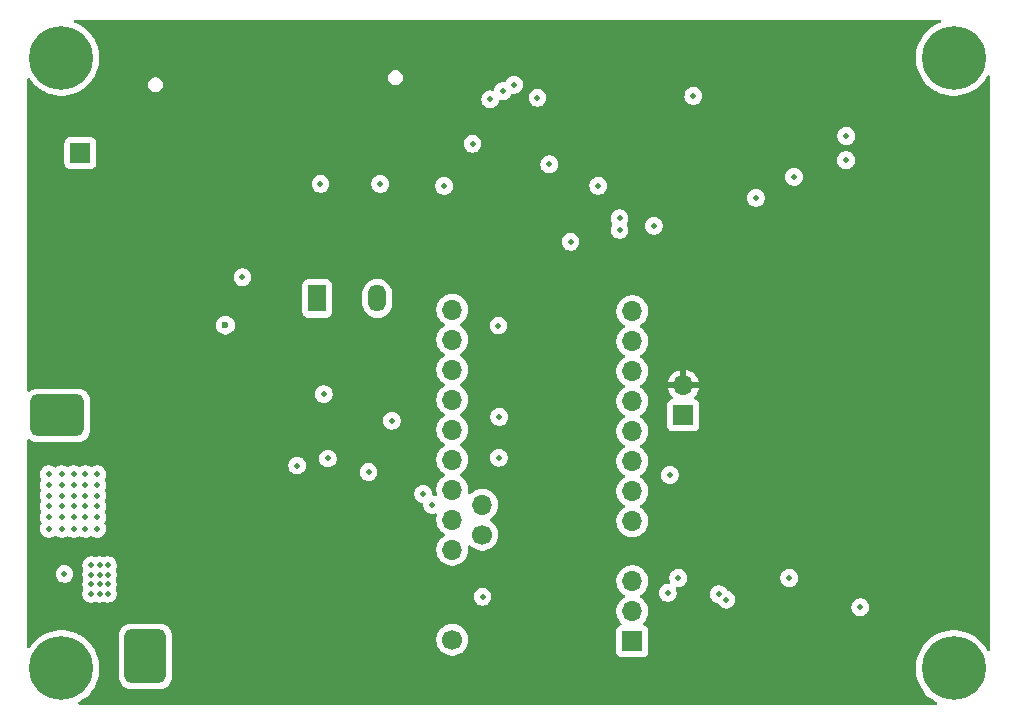
<source format=gbr>
%TF.GenerationSoftware,KiCad,Pcbnew,9.0.4*%
%TF.CreationDate,2025-11-20T14:20:26-08:00*%
%TF.ProjectId,camera_controller,63616d65-7261-45f6-936f-6e74726f6c6c,1.0*%
%TF.SameCoordinates,Original*%
%TF.FileFunction,Copper,L2,Inr*%
%TF.FilePolarity,Positive*%
%FSLAX46Y46*%
G04 Gerber Fmt 4.6, Leading zero omitted, Abs format (unit mm)*
G04 Created by KiCad (PCBNEW 9.0.4) date 2025-11-20 14:20:26*
%MOMM*%
%LPD*%
G01*
G04 APERTURE LIST*
G04 Aperture macros list*
%AMRoundRect*
0 Rectangle with rounded corners*
0 $1 Rounding radius*
0 $2 $3 $4 $5 $6 $7 $8 $9 X,Y pos of 4 corners*
0 Add a 4 corners polygon primitive as box body*
4,1,4,$2,$3,$4,$5,$6,$7,$8,$9,$2,$3,0*
0 Add four circle primitives for the rounded corners*
1,1,$1+$1,$2,$3*
1,1,$1+$1,$4,$5*
1,1,$1+$1,$6,$7*
1,1,$1+$1,$8,$9*
0 Add four rect primitives between the rounded corners*
20,1,$1+$1,$2,$3,$4,$5,0*
20,1,$1+$1,$4,$5,$6,$7,0*
20,1,$1+$1,$6,$7,$8,$9,0*
20,1,$1+$1,$8,$9,$2,$3,0*%
G04 Aperture macros list end*
%TA.AperFunction,ComponentPad*%
%ADD10R,1.500000X2.300000*%
%TD*%
%TA.AperFunction,ComponentPad*%
%ADD11O,1.500000X2.300000*%
%TD*%
%TA.AperFunction,ComponentPad*%
%ADD12R,1.700000X1.700000*%
%TD*%
%TA.AperFunction,ComponentPad*%
%ADD13O,1.700000X1.700000*%
%TD*%
%TA.AperFunction,ComponentPad*%
%ADD14C,0.800000*%
%TD*%
%TA.AperFunction,ComponentPad*%
%ADD15C,5.400000*%
%TD*%
%TA.AperFunction,ComponentPad*%
%ADD16RoundRect,0.500000X1.750000X-1.250000X1.750000X1.250000X-1.750000X1.250000X-1.750000X-1.250000X0*%
%TD*%
%TA.AperFunction,ComponentPad*%
%ADD17C,1.700000*%
%TD*%
%TA.AperFunction,ComponentPad*%
%ADD18RoundRect,0.500000X-1.250000X-1.750000X1.250000X-1.750000X1.250000X1.750000X-1.250000X1.750000X0*%
%TD*%
%TA.AperFunction,ViaPad*%
%ADD19C,2.000000*%
%TD*%
%TA.AperFunction,ViaPad*%
%ADD20C,0.510000*%
%TD*%
%TA.AperFunction,ViaPad*%
%ADD21C,0.600000*%
%TD*%
G04 APERTURE END LIST*
D10*
%TO.N,VSS*%
%TO.C,U1*%
X45053000Y-44107500D03*
D11*
%TO.N,GND*%
X47593000Y-44107500D03*
%TO.N,+5V_MCU*%
X50133000Y-44107500D03*
%TD*%
D12*
%TO.N,+5V_MCU*%
%TO.C,J16*%
X25000000Y-31800000D03*
D13*
%TO.N,GND*%
X22460000Y-31800000D03*
%TD*%
D14*
%TO.N,N/C*%
%TO.C,*%
X96915000Y-23735000D03*
X97508109Y-22303109D03*
X97508109Y-25166891D03*
X98940000Y-21710000D03*
D15*
X98940000Y-23735000D03*
D14*
X98940000Y-25760000D03*
X100371891Y-22303109D03*
X100371891Y-25166891D03*
X100965000Y-23735000D03*
%TD*%
%TO.N,N/C*%
%TO.C,*%
X21375000Y-75415000D03*
X21968109Y-73983109D03*
X21968109Y-76846891D03*
X23400000Y-73390000D03*
D15*
X23400000Y-75415000D03*
D14*
X23400000Y-77440000D03*
X24831891Y-73983109D03*
X24831891Y-76846891D03*
X25425000Y-75415000D03*
%TD*%
%TO.N,N/C*%
%TO.C,*%
X96915000Y-75415000D03*
X97508109Y-73983109D03*
X97508109Y-76846891D03*
X98940000Y-73390000D03*
D15*
X98940000Y-75415000D03*
D14*
X98940000Y-77440000D03*
X100371891Y-73983109D03*
X100371891Y-76846891D03*
X100965000Y-75415000D03*
%TD*%
D16*
%TO.N,Vin SW*%
%TO.C,J12*%
X23062500Y-54000000D03*
%TO.N,GND*%
X23062500Y-49000000D03*
%TD*%
D12*
%TO.N,uCTx*%
%TO.C,U3*%
X71725000Y-73125000D03*
D13*
%TO.N,uCRx*%
X71725000Y-70585000D03*
%TO.N,unconnected-(U3-Pin_3-Pad3)*%
X71725000Y-68045000D03*
%TO.N,GND*%
X71725000Y-65505000D03*
%TO.N,ext_uCRx*%
X71725000Y-62965000D03*
%TO.N,ext_uCTx*%
X71725000Y-60425000D03*
%TO.N,CAM2 GPIO 1*%
X71725000Y-57885000D03*
%TO.N,CAM 2 GPIO 2*%
X71725000Y-55345000D03*
%TO.N,CAM1 GPIO 1*%
X71725000Y-52805000D03*
%TO.N,CAM 1 GPIO 2*%
X71725000Y-50265000D03*
%TO.N,Ext Trig In*%
X71725000Y-47725000D03*
%TO.N,Net-(U3-Pin_12)*%
X71725000Y-45185000D03*
%TO.N,Strobe Trig*%
X56485000Y-45055000D03*
%TO.N,Net-(U3-Pin_14)*%
X56485000Y-47595000D03*
%TO.N,Force On*%
X56485000Y-50135000D03*
%TO.N,P Switch*%
X56485000Y-52675000D03*
%TO.N,Status LED*%
X56485000Y-55215000D03*
%TO.N,5V EN*%
X56485000Y-57755000D03*
%TO.N,VSS SW EN*%
X56485000Y-60295000D03*
%TO.N,Strobe EN*%
X56485000Y-62835000D03*
%TO.N,+3.3V*%
X56485000Y-65375000D03*
%TO.N,GND*%
X56485000Y-67915000D03*
X56485000Y-70585000D03*
D17*
%TO.N,+5V_MCU*%
X56485000Y-72995000D03*
D13*
%TO.N,SDA*%
X59025000Y-61565000D03*
D17*
%TO.N,SCL*%
X59025000Y-64105000D03*
%TD*%
D14*
%TO.N,N/C*%
%TO.C,*%
X21375000Y-23735000D03*
X21968109Y-22303109D03*
X21968109Y-25166891D03*
X23400000Y-21710000D03*
D15*
X23400000Y-23735000D03*
D14*
X23400000Y-25760000D03*
X24831891Y-22303109D03*
X24831891Y-25166891D03*
X25425000Y-23735000D03*
%TD*%
D18*
%TO.N,VIN*%
%TO.C,J1*%
X30500000Y-74400000D03*
%TO.N,GND*%
X35500000Y-74400000D03*
%TD*%
D12*
%TO.N,MCU GPIO 2*%
%TO.C,J17*%
X76050000Y-54000000D03*
D13*
%TO.N,GND*%
X76050000Y-51460000D03*
%TD*%
D19*
%TO.N,GND*%
X30700000Y-52300000D03*
D20*
X34075000Y-65677500D03*
X95328600Y-33400000D03*
X62700000Y-26250000D03*
X93300000Y-62700000D03*
X92024999Y-70000000D03*
X64700000Y-26275000D03*
X79750000Y-30400000D03*
D19*
X42800000Y-26100000D03*
X22500000Y-36200000D03*
X41800000Y-75300000D03*
D20*
X44275000Y-53975000D03*
X37225000Y-47700000D03*
X83950000Y-32450000D03*
D19*
X47900000Y-26075000D03*
D20*
X95303600Y-69350002D03*
X61200000Y-36100000D03*
X67550000Y-40300000D03*
X78850000Y-37050000D03*
D19*
X35200000Y-26100000D03*
D20*
X45700000Y-61400000D03*
X79250000Y-61425000D03*
X61900000Y-30200000D03*
X35212500Y-41508731D03*
X44274997Y-53100000D03*
X85725000Y-72975000D03*
D21*
X48850000Y-50100000D03*
D20*
X84950000Y-38325000D03*
X73550000Y-39800000D03*
X75900000Y-26900000D03*
%TO.N,+3.3V*%
X73550000Y-37950000D03*
X58200000Y-31000000D03*
X60475000Y-54125000D03*
X66500000Y-39300000D03*
X74900000Y-59050000D03*
X60425000Y-57587500D03*
X51375000Y-54450000D03*
X63700000Y-27100000D03*
X59050000Y-69350000D03*
X85425000Y-33800000D03*
%TO.N,AIN 2*%
X76900000Y-26950000D03*
%TO.N,Net-(U5-AIN0)*%
X82191268Y-35583732D03*
%TO.N,VIN*%
X25925000Y-66700000D03*
X25925000Y-67500000D03*
X26625000Y-67500000D03*
X27325000Y-68300000D03*
X26625000Y-68300000D03*
X26625000Y-66700000D03*
X27325000Y-67500000D03*
X25925000Y-68300000D03*
X26625000Y-69100000D03*
X27325000Y-66700000D03*
X27325000Y-69100000D03*
X25925000Y-69100000D03*
%TO.N,Net-(D1-A)*%
X23655000Y-67420000D03*
%TO.N,Vin SW*%
X23425000Y-61700000D03*
X24425000Y-63600000D03*
X25425000Y-62600000D03*
X26425000Y-62600000D03*
X22325000Y-59900000D03*
X26425000Y-61700000D03*
X24425000Y-61700000D03*
X25425000Y-63600000D03*
X24425000Y-62600000D03*
X22325000Y-63600000D03*
X26425000Y-59000000D03*
X23425000Y-60800000D03*
X26425000Y-60800000D03*
X22325000Y-62600000D03*
X26425000Y-63600000D03*
X25425000Y-61700000D03*
X25425000Y-59000000D03*
X22325000Y-59000000D03*
X23425000Y-63600000D03*
X25425000Y-60800000D03*
X24425000Y-60800000D03*
X23425000Y-62600000D03*
X22325000Y-61700000D03*
X23425000Y-59000000D03*
X26425000Y-59900000D03*
X25425000Y-59900000D03*
X23425000Y-59900000D03*
X22325000Y-60800000D03*
X24425000Y-59900000D03*
X24425000Y-59000000D03*
%TO.N,Net-(D2-A)*%
X38725000Y-42300000D03*
%TO.N,SCL*%
X70650000Y-37300000D03*
X54025000Y-60657538D03*
X45600000Y-52200000D03*
%TO.N,SDA*%
X45950000Y-57650000D03*
X70650000Y-38300000D03*
X54800000Y-61575000D03*
%TO.N,Net-(U4-A1)*%
X49400000Y-58800000D03*
X43350000Y-58250000D03*
%TO.N,5V SW*%
X50400000Y-34400000D03*
%TO.N,Strobe Trig Out*%
X68850000Y-34550000D03*
%TO.N,Strobe EN OUT*%
X64700000Y-32750000D03*
%TO.N,P Switch*%
X60775000Y-26555000D03*
%TO.N,Status LED*%
X61725000Y-26000000D03*
%TO.N,Force On*%
X59700000Y-27250000D03*
%TO.N,CAM1 GPIO 1*%
X89825000Y-32400000D03*
%TO.N,CAM 1 GPIO 2*%
X89850000Y-30350000D03*
D21*
%TO.N,Net-(U6-G2)*%
X37281231Y-46356231D03*
D20*
%TO.N,+5V_MCU*%
X55800000Y-34575000D03*
X45325000Y-34400000D03*
%TO.N,PCTx1*%
X79046801Y-69138118D03*
%TO.N,PCRx1*%
X79700000Y-69600000D03*
%TO.N,ExtRx2*%
X85025000Y-67775000D03*
%TO.N,ExtTx2*%
X91025000Y-70250000D03*
%TO.N,ext_uCTx*%
X75625000Y-67775000D03*
%TO.N,ext_uCRx*%
X74725000Y-69025000D03*
%TO.N,MCU GPIO 2*%
X60400000Y-46400000D03*
%TD*%
%TA.AperFunction,Conductor*%
%TO.N,GND*%
G36*
X97830607Y-20520185D02*
G01*
X97876362Y-20572989D01*
X97886306Y-20642147D01*
X97857281Y-20705703D01*
X97804523Y-20741541D01*
X97713288Y-20773465D01*
X97389420Y-20929432D01*
X97085045Y-21120684D01*
X96803997Y-21344811D01*
X96549811Y-21598997D01*
X96325684Y-21880045D01*
X96134432Y-22184420D01*
X95978465Y-22508288D01*
X95859741Y-22847580D01*
X95859737Y-22847592D01*
X95779748Y-23198048D01*
X95779746Y-23198064D01*
X95739500Y-23555259D01*
X95739500Y-23914740D01*
X95779746Y-24271935D01*
X95779748Y-24271951D01*
X95859737Y-24622407D01*
X95859741Y-24622419D01*
X95978465Y-24961711D01*
X96134432Y-25285579D01*
X96134434Y-25285582D01*
X96325685Y-25589956D01*
X96549812Y-25871003D01*
X96803997Y-26125188D01*
X97085044Y-26349315D01*
X97389418Y-26540566D01*
X97389420Y-26540567D01*
X97439310Y-26564593D01*
X97713292Y-26696536D01*
X97921020Y-26769223D01*
X98052580Y-26815258D01*
X98052592Y-26815262D01*
X98403052Y-26895252D01*
X98760260Y-26935499D01*
X98760261Y-26935500D01*
X98760264Y-26935500D01*
X99119739Y-26935500D01*
X99119739Y-26935499D01*
X99476948Y-26895252D01*
X99827408Y-26815262D01*
X100166708Y-26696536D01*
X100490582Y-26540566D01*
X100794956Y-26349315D01*
X101076003Y-26125188D01*
X101330188Y-25871003D01*
X101554315Y-25589956D01*
X101745566Y-25285582D01*
X101763780Y-25247759D01*
X101810602Y-25195901D01*
X101878029Y-25177588D01*
X101944653Y-25198635D01*
X101989321Y-25252361D01*
X101999500Y-25301562D01*
X101999500Y-73848437D01*
X101979815Y-73915476D01*
X101927011Y-73961231D01*
X101857853Y-73971175D01*
X101794297Y-73942150D01*
X101763780Y-73902239D01*
X101745567Y-73864420D01*
X101735524Y-73848437D01*
X101554315Y-73560044D01*
X101330188Y-73278997D01*
X101076003Y-73024812D01*
X100794956Y-72800685D01*
X100490582Y-72609434D01*
X100490579Y-72609432D01*
X100166711Y-72453465D01*
X99827419Y-72334741D01*
X99827407Y-72334737D01*
X99476951Y-72254748D01*
X99476935Y-72254746D01*
X99119740Y-72214500D01*
X99119736Y-72214500D01*
X98760264Y-72214500D01*
X98760259Y-72214500D01*
X98403064Y-72254746D01*
X98403048Y-72254748D01*
X98052592Y-72334737D01*
X98052580Y-72334741D01*
X97713288Y-72453465D01*
X97389420Y-72609432D01*
X97085045Y-72800684D01*
X96803997Y-73024811D01*
X96549811Y-73278997D01*
X96325684Y-73560045D01*
X96134432Y-73864420D01*
X95978465Y-74188288D01*
X95859741Y-74527580D01*
X95859737Y-74527592D01*
X95779748Y-74878048D01*
X95779746Y-74878064D01*
X95739500Y-75235259D01*
X95739500Y-75594740D01*
X95779746Y-75951935D01*
X95779748Y-75951951D01*
X95859737Y-76302407D01*
X95859741Y-76302419D01*
X95978465Y-76641711D01*
X96134432Y-76965579D01*
X96134434Y-76965582D01*
X96325685Y-77269956D01*
X96456592Y-77434108D01*
X96509138Y-77500000D01*
X96549812Y-77551003D01*
X96803997Y-77805188D01*
X97085044Y-78029315D01*
X97265123Y-78142466D01*
X97389420Y-78220567D01*
X97479152Y-78263780D01*
X97531011Y-78310602D01*
X97549324Y-78378030D01*
X97528276Y-78444654D01*
X97474550Y-78489322D01*
X97425350Y-78499500D01*
X24914650Y-78499500D01*
X24847611Y-78479815D01*
X24801856Y-78427011D01*
X24791912Y-78357853D01*
X24820937Y-78294297D01*
X24860848Y-78263780D01*
X24892645Y-78248466D01*
X24950582Y-78220566D01*
X25254956Y-78029315D01*
X25536003Y-77805188D01*
X25790188Y-77551003D01*
X26014315Y-77269956D01*
X26205566Y-76965582D01*
X26361536Y-76641708D01*
X26480262Y-76302408D01*
X26560252Y-75951948D01*
X26600500Y-75594736D01*
X26600500Y-75235264D01*
X26560252Y-74878052D01*
X26480262Y-74527592D01*
X26361536Y-74188292D01*
X26205566Y-73864418D01*
X26014315Y-73560044D01*
X25790188Y-73278997D01*
X25536003Y-73024812D01*
X25254956Y-72800685D01*
X24950582Y-72609434D01*
X24950579Y-72609432D01*
X24914311Y-72591966D01*
X28249500Y-72591966D01*
X28249500Y-76208028D01*
X28249501Y-76208034D01*
X28260113Y-76327415D01*
X28316089Y-76523045D01*
X28316090Y-76523048D01*
X28316091Y-76523049D01*
X28410302Y-76703407D01*
X28410304Y-76703409D01*
X28538890Y-76861109D01*
X28620633Y-76927761D01*
X28696593Y-76989698D01*
X28876951Y-77083909D01*
X29072582Y-77139886D01*
X29191963Y-77150500D01*
X31808036Y-77150499D01*
X31927418Y-77139886D01*
X32123049Y-77083909D01*
X32303407Y-76989698D01*
X32461109Y-76861109D01*
X32589698Y-76703407D01*
X32683909Y-76523049D01*
X32739886Y-76327418D01*
X32750500Y-76208037D01*
X32750499Y-72888713D01*
X55134500Y-72888713D01*
X55134500Y-73101286D01*
X55167753Y-73311239D01*
X55233444Y-73513414D01*
X55329951Y-73702820D01*
X55454890Y-73874786D01*
X55605213Y-74025109D01*
X55777179Y-74150048D01*
X55777181Y-74150049D01*
X55777184Y-74150051D01*
X55966588Y-74246557D01*
X56168757Y-74312246D01*
X56378713Y-74345500D01*
X56378714Y-74345500D01*
X56591286Y-74345500D01*
X56591287Y-74345500D01*
X56801243Y-74312246D01*
X57003412Y-74246557D01*
X57192816Y-74150051D01*
X57285816Y-74082483D01*
X57364786Y-74025109D01*
X57364788Y-74025106D01*
X57364792Y-74025104D01*
X57515104Y-73874792D01*
X57515106Y-73874788D01*
X57515109Y-73874786D01*
X57640048Y-73702820D01*
X57640047Y-73702820D01*
X57640051Y-73702816D01*
X57736557Y-73513412D01*
X57802246Y-73311243D01*
X57835500Y-73101287D01*
X57835500Y-72888713D01*
X57802246Y-72678757D01*
X57736557Y-72476588D01*
X57640051Y-72287184D01*
X57640049Y-72287181D01*
X57640048Y-72287179D01*
X57515109Y-72115213D01*
X57364786Y-71964890D01*
X57192820Y-71839951D01*
X57003414Y-71743444D01*
X57003413Y-71743443D01*
X57003412Y-71743443D01*
X56801243Y-71677754D01*
X56801241Y-71677753D01*
X56801240Y-71677753D01*
X56639957Y-71652208D01*
X56591287Y-71644500D01*
X56378713Y-71644500D01*
X56330042Y-71652208D01*
X56168760Y-71677753D01*
X56168757Y-71677754D01*
X55977028Y-71740051D01*
X55966585Y-71743444D01*
X55777179Y-71839951D01*
X55605213Y-71964890D01*
X55454890Y-72115213D01*
X55329951Y-72287179D01*
X55233444Y-72476585D01*
X55167753Y-72678760D01*
X55134500Y-72888713D01*
X32750499Y-72888713D01*
X32750499Y-72591964D01*
X32739886Y-72472582D01*
X32683909Y-72276951D01*
X32589698Y-72096593D01*
X32537571Y-72032664D01*
X32461109Y-71938890D01*
X32303409Y-71810304D01*
X32303410Y-71810304D01*
X32303407Y-71810302D01*
X32123049Y-71716091D01*
X32123048Y-71716090D01*
X32123045Y-71716089D01*
X31989067Y-71677754D01*
X31927418Y-71660114D01*
X31927415Y-71660113D01*
X31927413Y-71660113D01*
X31861102Y-71654217D01*
X31808037Y-71649500D01*
X31808032Y-71649500D01*
X29191971Y-71649500D01*
X29191965Y-71649500D01*
X29191964Y-71649501D01*
X29180316Y-71650536D01*
X29072584Y-71660113D01*
X28876954Y-71716089D01*
X28824588Y-71743443D01*
X28696593Y-71810302D01*
X28696591Y-71810303D01*
X28696590Y-71810304D01*
X28538890Y-71938890D01*
X28410304Y-72096590D01*
X28410302Y-72096593D01*
X28363196Y-72186772D01*
X28316089Y-72276954D01*
X28260114Y-72472583D01*
X28260113Y-72472586D01*
X28249500Y-72591966D01*
X24914311Y-72591966D01*
X24626711Y-72453465D01*
X24287419Y-72334741D01*
X24287407Y-72334737D01*
X23936951Y-72254748D01*
X23936935Y-72254746D01*
X23579740Y-72214500D01*
X23579736Y-72214500D01*
X23220264Y-72214500D01*
X23220259Y-72214500D01*
X22863064Y-72254746D01*
X22863048Y-72254748D01*
X22512592Y-72334737D01*
X22512580Y-72334741D01*
X22173288Y-72453465D01*
X21849420Y-72609432D01*
X21545045Y-72800684D01*
X21263997Y-73024811D01*
X21009811Y-73278997D01*
X20785684Y-73560045D01*
X20729494Y-73649471D01*
X20677159Y-73695762D01*
X20608106Y-73706410D01*
X20544257Y-73678035D01*
X20505885Y-73619645D01*
X20500500Y-73583499D01*
X20500500Y-67345585D01*
X22899500Y-67345585D01*
X22899500Y-67494414D01*
X22928530Y-67640363D01*
X22928533Y-67640372D01*
X22985480Y-67777857D01*
X22985487Y-67777870D01*
X23068163Y-67901602D01*
X23068166Y-67901606D01*
X23173393Y-68006833D01*
X23173397Y-68006836D01*
X23297129Y-68089512D01*
X23297142Y-68089519D01*
X23400255Y-68132229D01*
X23434629Y-68146467D01*
X23434631Y-68146467D01*
X23434636Y-68146469D01*
X23580585Y-68175499D01*
X23580589Y-68175500D01*
X23580590Y-68175500D01*
X23729411Y-68175500D01*
X23729412Y-68175499D01*
X23778063Y-68165822D01*
X23875363Y-68146469D01*
X23875366Y-68146467D01*
X23875371Y-68146467D01*
X24012864Y-68089516D01*
X24136603Y-68006836D01*
X24241836Y-67901603D01*
X24324516Y-67777864D01*
X24381467Y-67640371D01*
X24394587Y-67574414D01*
X24410499Y-67494414D01*
X24410500Y-67494411D01*
X24410500Y-67345589D01*
X24410499Y-67345585D01*
X24381469Y-67199636D01*
X24381466Y-67199627D01*
X24324519Y-67062142D01*
X24324512Y-67062129D01*
X24241836Y-66938397D01*
X24241833Y-66938393D01*
X24136606Y-66833166D01*
X24136602Y-66833163D01*
X24012870Y-66750487D01*
X24012858Y-66750480D01*
X23973211Y-66734059D01*
X23875372Y-66693533D01*
X23875363Y-66693530D01*
X23729414Y-66664500D01*
X23729410Y-66664500D01*
X23580590Y-66664500D01*
X23580585Y-66664500D01*
X23434636Y-66693530D01*
X23434627Y-66693533D01*
X23297142Y-66750480D01*
X23297129Y-66750487D01*
X23173397Y-66833163D01*
X23173393Y-66833166D01*
X23068166Y-66938393D01*
X23068163Y-66938397D01*
X22985487Y-67062129D01*
X22985480Y-67062142D01*
X22928533Y-67199627D01*
X22928530Y-67199636D01*
X22899500Y-67345585D01*
X20500500Y-67345585D01*
X20500500Y-66625585D01*
X25169500Y-66625585D01*
X25169500Y-66774414D01*
X25192482Y-66889951D01*
X25198533Y-66920371D01*
X25250940Y-67046894D01*
X25253282Y-67052548D01*
X25260750Y-67122018D01*
X25253281Y-67147452D01*
X25198533Y-67279629D01*
X25198532Y-67279633D01*
X25198531Y-67279636D01*
X25198530Y-67279636D01*
X25169500Y-67425585D01*
X25169500Y-67574414D01*
X25182620Y-67640371D01*
X25198533Y-67720371D01*
X25222350Y-67777870D01*
X25253282Y-67852548D01*
X25260750Y-67922018D01*
X25253281Y-67947452D01*
X25198533Y-68079629D01*
X25198532Y-68079633D01*
X25198531Y-68079636D01*
X25198530Y-68079636D01*
X25169500Y-68225585D01*
X25169500Y-68374414D01*
X25194773Y-68501469D01*
X25198533Y-68520371D01*
X25241263Y-68623530D01*
X25253282Y-68652548D01*
X25260750Y-68722018D01*
X25253281Y-68747452D01*
X25198533Y-68879629D01*
X25198532Y-68879633D01*
X25198531Y-68879636D01*
X25198530Y-68879636D01*
X25169500Y-69025585D01*
X25169500Y-69174414D01*
X25198530Y-69320363D01*
X25198533Y-69320372D01*
X25255480Y-69457857D01*
X25255487Y-69457870D01*
X25338163Y-69581602D01*
X25338166Y-69581606D01*
X25443393Y-69686833D01*
X25443397Y-69686836D01*
X25567129Y-69769512D01*
X25567142Y-69769519D01*
X25659152Y-69807630D01*
X25704629Y-69826467D01*
X25704631Y-69826467D01*
X25704636Y-69826469D01*
X25850585Y-69855499D01*
X25850589Y-69855500D01*
X25850590Y-69855500D01*
X25999411Y-69855500D01*
X25999412Y-69855499D01*
X26145371Y-69826467D01*
X26227549Y-69792427D01*
X26297016Y-69784959D01*
X26322447Y-69792426D01*
X26404629Y-69826467D01*
X26550585Y-69855499D01*
X26550589Y-69855500D01*
X26550590Y-69855500D01*
X26699411Y-69855500D01*
X26699412Y-69855499D01*
X26845371Y-69826467D01*
X26927549Y-69792427D01*
X26997016Y-69784959D01*
X27022447Y-69792426D01*
X27104629Y-69826467D01*
X27250585Y-69855499D01*
X27250589Y-69855500D01*
X27250590Y-69855500D01*
X27399411Y-69855500D01*
X27399412Y-69855499D01*
X27448063Y-69845822D01*
X27545363Y-69826469D01*
X27545366Y-69826467D01*
X27545371Y-69826467D01*
X27682864Y-69769516D01*
X27806603Y-69686836D01*
X27911836Y-69581603D01*
X27994516Y-69457864D01*
X28051467Y-69320371D01*
X28060375Y-69275585D01*
X58294500Y-69275585D01*
X58294500Y-69424414D01*
X58323530Y-69570363D01*
X58323533Y-69570372D01*
X58380480Y-69707857D01*
X58380487Y-69707870D01*
X58463163Y-69831602D01*
X58463166Y-69831606D01*
X58568393Y-69936833D01*
X58568397Y-69936836D01*
X58692129Y-70019512D01*
X58692142Y-70019519D01*
X58795255Y-70062229D01*
X58829629Y-70076467D01*
X58829631Y-70076467D01*
X58829636Y-70076469D01*
X58975585Y-70105499D01*
X58975589Y-70105500D01*
X58975590Y-70105500D01*
X59124411Y-70105500D01*
X59124412Y-70105499D01*
X59173063Y-70095822D01*
X59270363Y-70076469D01*
X59270366Y-70076467D01*
X59270371Y-70076467D01*
X59407864Y-70019516D01*
X59531603Y-69936836D01*
X59636836Y-69831603D01*
X59719516Y-69707864D01*
X59776467Y-69570371D01*
X59779547Y-69554890D01*
X59805499Y-69424414D01*
X59805500Y-69424411D01*
X59805500Y-69275589D01*
X59805499Y-69275585D01*
X59776469Y-69129636D01*
X59776466Y-69129627D01*
X59771814Y-69118397D01*
X59728226Y-69013163D01*
X59719519Y-68992142D01*
X59719512Y-68992129D01*
X59636836Y-68868397D01*
X59636833Y-68868393D01*
X59531606Y-68763166D01*
X59531602Y-68763163D01*
X59407870Y-68680487D01*
X59407857Y-68680480D01*
X59270372Y-68623533D01*
X59270363Y-68623530D01*
X59124414Y-68594500D01*
X59124410Y-68594500D01*
X58975590Y-68594500D01*
X58975585Y-68594500D01*
X58829636Y-68623530D01*
X58829627Y-68623533D01*
X58692142Y-68680480D01*
X58692129Y-68680487D01*
X58568397Y-68763163D01*
X58568393Y-68763166D01*
X58463166Y-68868393D01*
X58463163Y-68868397D01*
X58380487Y-68992129D01*
X58380480Y-68992142D01*
X58323533Y-69129627D01*
X58323530Y-69129636D01*
X58294500Y-69275585D01*
X28060375Y-69275585D01*
X28080500Y-69174410D01*
X28080500Y-69025590D01*
X28065581Y-68950585D01*
X28051469Y-68879636D01*
X28051466Y-68879627D01*
X28046814Y-68868397D01*
X27996718Y-68747452D01*
X27989249Y-68677983D01*
X27996718Y-68652548D01*
X28020762Y-68594500D01*
X28051467Y-68520371D01*
X28055228Y-68501467D01*
X28080499Y-68374414D01*
X28080500Y-68374411D01*
X28080500Y-68225589D01*
X28080499Y-68225585D01*
X28051469Y-68079636D01*
X28051466Y-68079627D01*
X28010754Y-67981339D01*
X27996716Y-67947448D01*
X27995777Y-67938713D01*
X70374500Y-67938713D01*
X70374500Y-68151286D01*
X70397821Y-68298533D01*
X70407754Y-68361243D01*
X70469502Y-68551284D01*
X70473444Y-68563414D01*
X70569951Y-68752820D01*
X70694890Y-68924786D01*
X70845213Y-69075109D01*
X71017182Y-69200050D01*
X71025946Y-69204516D01*
X71076742Y-69252491D01*
X71093536Y-69320312D01*
X71070998Y-69386447D01*
X71025946Y-69425484D01*
X71017182Y-69429949D01*
X70845213Y-69554890D01*
X70694890Y-69705213D01*
X70569951Y-69877179D01*
X70473444Y-70066585D01*
X70407753Y-70268760D01*
X70375821Y-70470371D01*
X70374500Y-70478713D01*
X70374500Y-70691287D01*
X70407754Y-70901243D01*
X70441629Y-71005500D01*
X70473444Y-71103414D01*
X70569951Y-71292820D01*
X70694890Y-71464786D01*
X70808430Y-71578326D01*
X70841915Y-71639649D01*
X70836931Y-71709341D01*
X70795059Y-71765274D01*
X70764083Y-71782189D01*
X70632669Y-71831203D01*
X70632664Y-71831206D01*
X70517455Y-71917452D01*
X70517452Y-71917455D01*
X70431206Y-72032664D01*
X70431202Y-72032671D01*
X70380908Y-72167517D01*
X70374501Y-72227116D01*
X70374501Y-72227123D01*
X70374500Y-72227135D01*
X70374500Y-74022870D01*
X70374501Y-74022876D01*
X70380908Y-74082483D01*
X70431202Y-74217328D01*
X70431206Y-74217335D01*
X70517452Y-74332544D01*
X70517455Y-74332547D01*
X70632664Y-74418793D01*
X70632671Y-74418797D01*
X70767517Y-74469091D01*
X70767516Y-74469091D01*
X70774444Y-74469835D01*
X70827127Y-74475500D01*
X72622872Y-74475499D01*
X72682483Y-74469091D01*
X72817331Y-74418796D01*
X72932546Y-74332546D01*
X73018796Y-74217331D01*
X73069091Y-74082483D01*
X73075500Y-74022873D01*
X73075499Y-72227128D01*
X73069091Y-72167517D01*
X73018796Y-72032669D01*
X73018795Y-72032668D01*
X73018793Y-72032664D01*
X72932547Y-71917455D01*
X72932544Y-71917452D01*
X72817335Y-71831206D01*
X72817328Y-71831202D01*
X72685917Y-71782189D01*
X72629983Y-71740318D01*
X72605566Y-71674853D01*
X72620418Y-71606580D01*
X72641563Y-71578332D01*
X72755104Y-71464792D01*
X72880051Y-71292816D01*
X72976557Y-71103412D01*
X73042246Y-70901243D01*
X73075500Y-70691287D01*
X73075500Y-70478713D01*
X73042246Y-70268757D01*
X72976557Y-70066588D01*
X72880051Y-69877184D01*
X72880049Y-69877181D01*
X72880048Y-69877179D01*
X72755109Y-69705213D01*
X72604786Y-69554890D01*
X72432820Y-69429951D01*
X72432115Y-69429591D01*
X72424054Y-69425485D01*
X72373259Y-69377512D01*
X72356463Y-69309692D01*
X72378999Y-69243556D01*
X72424054Y-69204515D01*
X72432816Y-69200051D01*
X72529735Y-69129636D01*
X72604786Y-69075109D01*
X72604788Y-69075106D01*
X72604792Y-69075104D01*
X72729311Y-68950585D01*
X73969500Y-68950585D01*
X73969500Y-69099414D01*
X73998530Y-69245363D01*
X73998533Y-69245372D01*
X74055480Y-69382857D01*
X74055487Y-69382870D01*
X74138163Y-69506602D01*
X74138166Y-69506606D01*
X74243393Y-69611833D01*
X74243397Y-69611836D01*
X74367129Y-69694512D01*
X74367142Y-69694519D01*
X74440613Y-69724951D01*
X74504629Y-69751467D01*
X74504631Y-69751467D01*
X74504636Y-69751469D01*
X74650585Y-69780499D01*
X74650589Y-69780500D01*
X74650590Y-69780500D01*
X74799411Y-69780500D01*
X74799412Y-69780499D01*
X74860277Y-69768393D01*
X74945363Y-69751469D01*
X74945366Y-69751467D01*
X74945371Y-69751467D01*
X75082864Y-69694516D01*
X75206603Y-69611836D01*
X75311836Y-69506603D01*
X75394516Y-69382864D01*
X75451467Y-69245371D01*
X75452110Y-69242142D01*
X75474489Y-69129629D01*
X75480500Y-69099410D01*
X75480500Y-69063703D01*
X78291301Y-69063703D01*
X78291301Y-69212532D01*
X78320331Y-69358481D01*
X78320334Y-69358490D01*
X78377281Y-69495975D01*
X78377288Y-69495988D01*
X78459964Y-69619720D01*
X78459967Y-69619724D01*
X78565194Y-69724951D01*
X78565198Y-69724954D01*
X78688930Y-69807630D01*
X78688943Y-69807637D01*
X78734409Y-69826469D01*
X78826430Y-69864585D01*
X78941694Y-69887512D01*
X79003604Y-69919896D01*
X79026294Y-69953203D01*
X79027616Y-69952498D01*
X79030485Y-69957867D01*
X79113163Y-70081602D01*
X79113166Y-70081606D01*
X79218393Y-70186833D01*
X79218397Y-70186836D01*
X79342129Y-70269512D01*
X79342142Y-70269519D01*
X79445255Y-70312229D01*
X79479629Y-70326467D01*
X79479631Y-70326467D01*
X79479636Y-70326469D01*
X79625585Y-70355499D01*
X79625589Y-70355500D01*
X79625590Y-70355500D01*
X79774411Y-70355500D01*
X79774412Y-70355499D01*
X79823063Y-70345822D01*
X79920363Y-70326469D01*
X79920366Y-70326467D01*
X79920371Y-70326467D01*
X80057864Y-70269516D01*
X80181603Y-70186836D01*
X80192854Y-70175585D01*
X90269500Y-70175585D01*
X90269500Y-70324414D01*
X90298530Y-70470363D01*
X90298533Y-70470372D01*
X90355480Y-70607857D01*
X90355487Y-70607870D01*
X90438163Y-70731602D01*
X90438166Y-70731606D01*
X90543393Y-70836833D01*
X90543397Y-70836836D01*
X90667129Y-70919512D01*
X90667142Y-70919519D01*
X90770255Y-70962229D01*
X90804629Y-70976467D01*
X90804631Y-70976467D01*
X90804636Y-70976469D01*
X90950585Y-71005499D01*
X90950589Y-71005500D01*
X90950590Y-71005500D01*
X91099411Y-71005500D01*
X91099412Y-71005499D01*
X91148063Y-70995822D01*
X91245363Y-70976469D01*
X91245366Y-70976467D01*
X91245371Y-70976467D01*
X91382864Y-70919516D01*
X91506603Y-70836836D01*
X91611836Y-70731603D01*
X91694516Y-70607864D01*
X91751467Y-70470371D01*
X91780500Y-70324410D01*
X91780500Y-70175590D01*
X91780240Y-70174286D01*
X91751469Y-70029636D01*
X91751466Y-70029627D01*
X91694519Y-69892142D01*
X91694512Y-69892129D01*
X91611836Y-69768397D01*
X91611833Y-69768393D01*
X91506606Y-69663166D01*
X91506602Y-69663163D01*
X91382870Y-69580487D01*
X91382857Y-69580480D01*
X91245372Y-69523533D01*
X91245363Y-69523530D01*
X91099414Y-69494500D01*
X91099410Y-69494500D01*
X90950590Y-69494500D01*
X90950585Y-69494500D01*
X90804636Y-69523530D01*
X90804627Y-69523533D01*
X90667142Y-69580480D01*
X90667129Y-69580487D01*
X90543397Y-69663163D01*
X90543393Y-69663166D01*
X90438166Y-69768393D01*
X90438163Y-69768397D01*
X90355487Y-69892129D01*
X90355480Y-69892142D01*
X90298533Y-70029627D01*
X90298530Y-70029636D01*
X90269500Y-70175585D01*
X80192854Y-70175585D01*
X80286623Y-70081817D01*
X80286833Y-70081606D01*
X80286836Y-70081603D01*
X80369516Y-69957864D01*
X80426467Y-69820371D01*
X80429002Y-69807630D01*
X80451501Y-69694516D01*
X80455500Y-69674410D01*
X80455500Y-69525590D01*
X80442029Y-69457864D01*
X80426469Y-69379636D01*
X80426466Y-69379627D01*
X80369519Y-69242142D01*
X80369512Y-69242129D01*
X80286836Y-69118397D01*
X80286833Y-69118393D01*
X80181606Y-69013166D01*
X80181602Y-69013163D01*
X80057870Y-68930487D01*
X80057857Y-68930480D01*
X79920372Y-68873533D01*
X79920363Y-68873530D01*
X79805107Y-68850605D01*
X79743196Y-68818220D01*
X79720511Y-68784911D01*
X79719185Y-68785620D01*
X79716315Y-68780250D01*
X79633637Y-68656515D01*
X79633634Y-68656511D01*
X79528407Y-68551284D01*
X79528403Y-68551281D01*
X79404671Y-68468605D01*
X79404658Y-68468598D01*
X79267173Y-68411651D01*
X79267164Y-68411648D01*
X79121215Y-68382618D01*
X79121211Y-68382618D01*
X78972391Y-68382618D01*
X78972386Y-68382618D01*
X78826437Y-68411648D01*
X78826428Y-68411651D01*
X78688943Y-68468598D01*
X78688930Y-68468605D01*
X78565198Y-68551281D01*
X78565194Y-68551284D01*
X78459967Y-68656511D01*
X78459964Y-68656515D01*
X78377288Y-68780247D01*
X78377281Y-68780260D01*
X78320334Y-68917745D01*
X78320331Y-68917754D01*
X78291301Y-69063703D01*
X75480500Y-69063703D01*
X75480500Y-68950590D01*
X75464151Y-68868397D01*
X75451469Y-68804636D01*
X75451466Y-68804627D01*
X75443299Y-68784911D01*
X75407601Y-68698726D01*
X75400132Y-68629257D01*
X75431408Y-68566778D01*
X75491497Y-68531126D01*
X75546357Y-68529658D01*
X75550590Y-68530500D01*
X75550593Y-68530500D01*
X75699411Y-68530500D01*
X75699412Y-68530499D01*
X75750373Y-68520363D01*
X75845363Y-68501469D01*
X75845366Y-68501467D01*
X75845371Y-68501467D01*
X75982864Y-68444516D01*
X76106603Y-68361836D01*
X76211836Y-68256603D01*
X76294516Y-68132864D01*
X76351467Y-67995371D01*
X76354268Y-67981293D01*
X76380499Y-67849414D01*
X76380500Y-67849411D01*
X76380500Y-67700589D01*
X76380499Y-67700585D01*
X84269500Y-67700585D01*
X84269500Y-67849414D01*
X84298530Y-67995363D01*
X84298533Y-67995372D01*
X84355480Y-68132857D01*
X84355487Y-68132870D01*
X84438163Y-68256602D01*
X84438166Y-68256606D01*
X84543393Y-68361833D01*
X84543397Y-68361836D01*
X84667129Y-68444512D01*
X84667142Y-68444519D01*
X84725285Y-68468602D01*
X84804629Y-68501467D01*
X84804631Y-68501467D01*
X84804636Y-68501469D01*
X84950585Y-68530499D01*
X84950589Y-68530500D01*
X84950590Y-68530500D01*
X85099411Y-68530500D01*
X85099412Y-68530499D01*
X85150373Y-68520363D01*
X85245363Y-68501469D01*
X85245366Y-68501467D01*
X85245371Y-68501467D01*
X85382864Y-68444516D01*
X85506603Y-68361836D01*
X85611836Y-68256603D01*
X85694516Y-68132864D01*
X85751467Y-67995371D01*
X85754268Y-67981293D01*
X85780499Y-67849414D01*
X85780500Y-67849411D01*
X85780500Y-67700589D01*
X85780499Y-67700585D01*
X85751469Y-67554636D01*
X85751466Y-67554627D01*
X85694519Y-67417142D01*
X85694512Y-67417129D01*
X85611836Y-67293397D01*
X85611833Y-67293393D01*
X85506606Y-67188166D01*
X85506602Y-67188163D01*
X85382870Y-67105487D01*
X85382857Y-67105480D01*
X85245372Y-67048533D01*
X85245363Y-67048530D01*
X85099414Y-67019500D01*
X85099410Y-67019500D01*
X84950590Y-67019500D01*
X84950585Y-67019500D01*
X84804636Y-67048530D01*
X84804627Y-67048533D01*
X84667142Y-67105480D01*
X84667129Y-67105487D01*
X84543397Y-67188163D01*
X84543393Y-67188166D01*
X84438166Y-67293393D01*
X84438163Y-67293397D01*
X84355487Y-67417129D01*
X84355480Y-67417142D01*
X84298533Y-67554627D01*
X84298530Y-67554636D01*
X84269500Y-67700585D01*
X76380499Y-67700585D01*
X76351469Y-67554636D01*
X76351466Y-67554627D01*
X76294519Y-67417142D01*
X76294512Y-67417129D01*
X76211836Y-67293397D01*
X76211833Y-67293393D01*
X76106606Y-67188166D01*
X76106602Y-67188163D01*
X75982870Y-67105487D01*
X75982857Y-67105480D01*
X75845372Y-67048533D01*
X75845363Y-67048530D01*
X75699414Y-67019500D01*
X75699410Y-67019500D01*
X75550590Y-67019500D01*
X75550585Y-67019500D01*
X75404636Y-67048530D01*
X75404627Y-67048533D01*
X75267142Y-67105480D01*
X75267129Y-67105487D01*
X75143397Y-67188163D01*
X75143393Y-67188166D01*
X75038166Y-67293393D01*
X75038163Y-67293397D01*
X74955487Y-67417129D01*
X74955480Y-67417142D01*
X74898533Y-67554627D01*
X74898530Y-67554636D01*
X74869500Y-67700585D01*
X74869500Y-67849414D01*
X74898531Y-67995363D01*
X74898533Y-67995371D01*
X74937529Y-68089516D01*
X74942399Y-68101273D01*
X74949867Y-68170743D01*
X74918591Y-68233222D01*
X74858502Y-68268874D01*
X74803647Y-68270342D01*
X74799410Y-68269500D01*
X74650590Y-68269500D01*
X74650585Y-68269500D01*
X74504636Y-68298530D01*
X74504627Y-68298533D01*
X74367142Y-68355480D01*
X74367129Y-68355487D01*
X74243397Y-68438163D01*
X74243393Y-68438166D01*
X74138166Y-68543393D01*
X74138163Y-68543397D01*
X74055487Y-68667129D01*
X74055480Y-68667142D01*
X73998533Y-68804627D01*
X73998530Y-68804636D01*
X73969500Y-68950585D01*
X72729311Y-68950585D01*
X72755104Y-68924792D01*
X72760217Y-68917754D01*
X72793740Y-68871614D01*
X72793740Y-68871613D01*
X72880051Y-68752816D01*
X72976557Y-68563412D01*
X73042246Y-68361243D01*
X73075500Y-68151287D01*
X73075500Y-67938713D01*
X73042246Y-67728757D01*
X72976557Y-67526588D01*
X72880051Y-67337184D01*
X72880049Y-67337181D01*
X72880048Y-67337179D01*
X72755109Y-67165213D01*
X72604786Y-67014890D01*
X72432820Y-66889951D01*
X72243414Y-66793444D01*
X72243413Y-66793443D01*
X72243412Y-66793443D01*
X72041243Y-66727754D01*
X72041241Y-66727753D01*
X72041240Y-66727753D01*
X71879957Y-66702208D01*
X71831287Y-66694500D01*
X71618713Y-66694500D01*
X71570042Y-66702208D01*
X71408760Y-66727753D01*
X71206585Y-66793444D01*
X71017179Y-66889951D01*
X70845213Y-67014890D01*
X70694890Y-67165213D01*
X70569951Y-67337179D01*
X70473444Y-67526585D01*
X70407753Y-67728760D01*
X70374500Y-67938713D01*
X27995777Y-67938713D01*
X27989249Y-67877982D01*
X27996718Y-67852548D01*
X28027653Y-67777864D01*
X28051467Y-67720371D01*
X28080500Y-67574410D01*
X28080500Y-67425590D01*
X28078817Y-67417129D01*
X28051469Y-67279636D01*
X28051466Y-67279627D01*
X27996718Y-67147452D01*
X27989249Y-67077983D01*
X27996718Y-67052548D01*
X28044002Y-66938393D01*
X28051467Y-66920371D01*
X28068814Y-66833163D01*
X28080499Y-66774414D01*
X28080500Y-66774411D01*
X28080500Y-66625589D01*
X28080499Y-66625585D01*
X28051469Y-66479636D01*
X28051466Y-66479627D01*
X27994519Y-66342142D01*
X27994512Y-66342129D01*
X27911836Y-66218397D01*
X27911833Y-66218393D01*
X27806606Y-66113166D01*
X27806602Y-66113163D01*
X27682870Y-66030487D01*
X27682857Y-66030480D01*
X27545372Y-65973533D01*
X27545363Y-65973530D01*
X27399414Y-65944500D01*
X27399410Y-65944500D01*
X27250590Y-65944500D01*
X27250585Y-65944500D01*
X27104634Y-65973531D01*
X27104627Y-65973533D01*
X27022452Y-66007571D01*
X26952982Y-66015039D01*
X26927548Y-66007571D01*
X26845372Y-65973533D01*
X26845365Y-65973531D01*
X26699414Y-65944500D01*
X26699410Y-65944500D01*
X26550590Y-65944500D01*
X26550585Y-65944500D01*
X26404634Y-65973531D01*
X26404627Y-65973533D01*
X26322452Y-66007571D01*
X26252982Y-66015039D01*
X26227548Y-66007571D01*
X26145372Y-65973533D01*
X26145365Y-65973531D01*
X25999414Y-65944500D01*
X25999410Y-65944500D01*
X25850590Y-65944500D01*
X25850585Y-65944500D01*
X25704636Y-65973530D01*
X25704627Y-65973533D01*
X25567142Y-66030480D01*
X25567129Y-66030487D01*
X25443397Y-66113163D01*
X25443393Y-66113166D01*
X25338166Y-66218393D01*
X25338163Y-66218397D01*
X25255487Y-66342129D01*
X25255480Y-66342142D01*
X25198533Y-66479627D01*
X25198530Y-66479636D01*
X25169500Y-66625585D01*
X20500500Y-66625585D01*
X20500500Y-58925585D01*
X21569500Y-58925585D01*
X21569500Y-59074414D01*
X21598530Y-59220363D01*
X21598533Y-59220372D01*
X21655480Y-59357856D01*
X21655485Y-59357865D01*
X21671017Y-59381111D01*
X21691893Y-59447789D01*
X21673407Y-59515169D01*
X21671017Y-59518889D01*
X21655485Y-59542134D01*
X21655480Y-59542143D01*
X21598533Y-59679627D01*
X21598530Y-59679636D01*
X21569500Y-59825585D01*
X21569500Y-59974414D01*
X21598530Y-60120363D01*
X21598533Y-60120372D01*
X21655480Y-60257856D01*
X21655485Y-60257865D01*
X21671017Y-60281111D01*
X21691893Y-60347789D01*
X21673407Y-60415169D01*
X21671017Y-60418889D01*
X21655485Y-60442134D01*
X21655480Y-60442143D01*
X21598533Y-60579627D01*
X21598530Y-60579636D01*
X21569500Y-60725585D01*
X21569500Y-60874414D01*
X21598530Y-61020363D01*
X21598533Y-61020372D01*
X21655480Y-61157856D01*
X21655485Y-61157865D01*
X21671017Y-61181111D01*
X21691893Y-61247789D01*
X21673407Y-61315169D01*
X21671017Y-61318889D01*
X21655485Y-61342134D01*
X21655480Y-61342143D01*
X21598533Y-61479627D01*
X21598530Y-61479636D01*
X21569500Y-61625585D01*
X21569500Y-61774414D01*
X21598530Y-61920363D01*
X21598533Y-61920372D01*
X21655480Y-62057856D01*
X21655485Y-62057865D01*
X21671017Y-62081111D01*
X21691893Y-62147789D01*
X21673407Y-62215169D01*
X21671017Y-62218889D01*
X21655485Y-62242134D01*
X21655480Y-62242143D01*
X21598533Y-62379627D01*
X21598530Y-62379636D01*
X21569500Y-62525585D01*
X21569500Y-62674414D01*
X21598530Y-62820363D01*
X21598533Y-62820372D01*
X21655480Y-62957857D01*
X21655487Y-62957870D01*
X21704424Y-63031109D01*
X21725302Y-63097787D01*
X21706817Y-63165167D01*
X21704424Y-63168891D01*
X21655487Y-63242129D01*
X21655480Y-63242142D01*
X21598533Y-63379627D01*
X21598530Y-63379636D01*
X21569500Y-63525585D01*
X21569500Y-63674414D01*
X21598530Y-63820363D01*
X21598533Y-63820372D01*
X21655480Y-63957857D01*
X21655487Y-63957870D01*
X21738163Y-64081602D01*
X21738166Y-64081606D01*
X21843393Y-64186833D01*
X21843397Y-64186836D01*
X21967129Y-64269512D01*
X21967142Y-64269519D01*
X22070255Y-64312229D01*
X22104629Y-64326467D01*
X22104631Y-64326467D01*
X22104636Y-64326469D01*
X22250585Y-64355499D01*
X22250589Y-64355500D01*
X22250590Y-64355500D01*
X22399411Y-64355500D01*
X22399412Y-64355499D01*
X22452751Y-64344890D01*
X22545363Y-64326469D01*
X22545366Y-64326467D01*
X22545371Y-64326467D01*
X22682864Y-64269516D01*
X22806109Y-64187165D01*
X22872786Y-64166288D01*
X22940166Y-64184772D01*
X22943887Y-64187163D01*
X23067136Y-64269516D01*
X23067138Y-64269517D01*
X23067142Y-64269519D01*
X23170255Y-64312229D01*
X23204629Y-64326467D01*
X23204631Y-64326467D01*
X23204636Y-64326469D01*
X23350585Y-64355499D01*
X23350589Y-64355500D01*
X23350590Y-64355500D01*
X23499411Y-64355500D01*
X23499412Y-64355499D01*
X23552751Y-64344890D01*
X23645363Y-64326469D01*
X23645366Y-64326467D01*
X23645371Y-64326467D01*
X23782864Y-64269516D01*
X23856110Y-64220574D01*
X23922786Y-64199697D01*
X23990166Y-64218181D01*
X23993861Y-64220555D01*
X24067136Y-64269516D01*
X24067138Y-64269517D01*
X24067142Y-64269519D01*
X24170255Y-64312229D01*
X24204629Y-64326467D01*
X24204631Y-64326467D01*
X24204636Y-64326469D01*
X24350585Y-64355499D01*
X24350589Y-64355500D01*
X24350590Y-64355500D01*
X24499411Y-64355500D01*
X24499412Y-64355499D01*
X24552751Y-64344890D01*
X24645363Y-64326469D01*
X24645366Y-64326467D01*
X24645371Y-64326467D01*
X24782864Y-64269516D01*
X24856110Y-64220574D01*
X24922786Y-64199697D01*
X24990166Y-64218181D01*
X24993861Y-64220555D01*
X25067136Y-64269516D01*
X25067138Y-64269517D01*
X25067142Y-64269519D01*
X25170255Y-64312229D01*
X25204629Y-64326467D01*
X25204631Y-64326467D01*
X25204636Y-64326469D01*
X25350585Y-64355499D01*
X25350589Y-64355500D01*
X25350590Y-64355500D01*
X25499411Y-64355500D01*
X25499412Y-64355499D01*
X25552751Y-64344890D01*
X25645363Y-64326469D01*
X25645366Y-64326467D01*
X25645371Y-64326467D01*
X25782864Y-64269516D01*
X25856110Y-64220574D01*
X25922786Y-64199697D01*
X25990166Y-64218181D01*
X25993861Y-64220555D01*
X26067136Y-64269516D01*
X26067138Y-64269517D01*
X26067142Y-64269519D01*
X26170255Y-64312229D01*
X26204629Y-64326467D01*
X26204631Y-64326467D01*
X26204636Y-64326469D01*
X26350585Y-64355499D01*
X26350589Y-64355500D01*
X26350590Y-64355500D01*
X26499411Y-64355500D01*
X26499412Y-64355499D01*
X26552751Y-64344890D01*
X26645363Y-64326469D01*
X26645366Y-64326467D01*
X26645371Y-64326467D01*
X26782864Y-64269516D01*
X26906603Y-64186836D01*
X27011836Y-64081603D01*
X27094516Y-63957864D01*
X27151467Y-63820371D01*
X27157756Y-63788757D01*
X27180499Y-63674414D01*
X27180500Y-63674411D01*
X27180500Y-63525589D01*
X27180499Y-63525585D01*
X27151469Y-63379636D01*
X27151466Y-63379627D01*
X27094519Y-63242142D01*
X27094515Y-63242135D01*
X27056209Y-63184806D01*
X27045574Y-63168889D01*
X27024697Y-63102214D01*
X27043181Y-63034834D01*
X27045555Y-63031138D01*
X27094516Y-62957864D01*
X27097795Y-62949949D01*
X27143207Y-62840312D01*
X27151467Y-62820371D01*
X27180500Y-62674410D01*
X27180500Y-62525590D01*
X27169805Y-62471822D01*
X27151469Y-62379636D01*
X27151466Y-62379627D01*
X27119091Y-62301467D01*
X27094516Y-62242136D01*
X27078982Y-62218889D01*
X27058105Y-62152216D01*
X27076588Y-62084835D01*
X27078949Y-62081159D01*
X27094516Y-62057864D01*
X27151467Y-61920371D01*
X27180500Y-61774410D01*
X27180500Y-61625590D01*
X27168448Y-61565000D01*
X27151469Y-61479636D01*
X27151466Y-61479627D01*
X27141310Y-61455109D01*
X27094516Y-61342136D01*
X27078982Y-61318889D01*
X27058105Y-61252216D01*
X27076588Y-61184835D01*
X27078949Y-61181159D01*
X27094516Y-61157864D01*
X27151467Y-61020371D01*
X27152455Y-61015408D01*
X27179804Y-60877909D01*
X27180500Y-60874410D01*
X27180500Y-60725590D01*
X27152162Y-60583123D01*
X53269500Y-60583123D01*
X53269500Y-60731952D01*
X53298530Y-60877901D01*
X53298533Y-60877910D01*
X53355480Y-61015395D01*
X53355487Y-61015408D01*
X53438163Y-61139140D01*
X53438166Y-61139144D01*
X53543393Y-61244371D01*
X53543397Y-61244374D01*
X53667129Y-61327050D01*
X53667142Y-61327057D01*
X53703564Y-61342143D01*
X53804629Y-61384005D01*
X53877103Y-61398420D01*
X53944691Y-61411865D01*
X54006602Y-61444249D01*
X54041176Y-61504965D01*
X54044500Y-61533482D01*
X54044500Y-61649414D01*
X54073530Y-61795363D01*
X54073533Y-61795372D01*
X54130480Y-61932857D01*
X54130487Y-61932870D01*
X54213163Y-62056602D01*
X54213166Y-62056606D01*
X54318393Y-62161833D01*
X54318397Y-62161836D01*
X54442129Y-62244512D01*
X54442142Y-62244519D01*
X54510468Y-62272820D01*
X54579629Y-62301467D01*
X54579631Y-62301467D01*
X54579636Y-62301469D01*
X54725585Y-62330499D01*
X54725589Y-62330500D01*
X54725590Y-62330500D01*
X54874411Y-62330500D01*
X54874412Y-62330499D01*
X54923063Y-62320822D01*
X55020363Y-62301469D01*
X55020363Y-62301468D01*
X55020371Y-62301467D01*
X55023756Y-62300064D01*
X55025670Y-62299858D01*
X55026194Y-62299700D01*
X55026224Y-62299799D01*
X55093222Y-62292596D01*
X55155702Y-62323870D01*
X55191355Y-62383959D01*
X55189138Y-62452944D01*
X55167753Y-62518759D01*
X55143100Y-62674414D01*
X55134500Y-62728713D01*
X55134500Y-62941287D01*
X55137126Y-62957864D01*
X55162551Y-63118397D01*
X55167754Y-63151243D01*
X55209992Y-63281239D01*
X55233444Y-63353414D01*
X55329951Y-63542820D01*
X55454890Y-63714786D01*
X55605213Y-63865109D01*
X55777182Y-63990050D01*
X55785946Y-63994516D01*
X55836742Y-64042491D01*
X55853536Y-64110312D01*
X55830998Y-64176447D01*
X55785946Y-64215484D01*
X55777182Y-64219949D01*
X55605213Y-64344890D01*
X55454890Y-64495213D01*
X55329951Y-64667179D01*
X55233444Y-64856585D01*
X55167753Y-65058760D01*
X55134500Y-65268713D01*
X55134500Y-65481286D01*
X55167753Y-65691239D01*
X55233444Y-65893414D01*
X55329951Y-66082820D01*
X55454890Y-66254786D01*
X55605213Y-66405109D01*
X55777179Y-66530048D01*
X55777181Y-66530049D01*
X55777184Y-66530051D01*
X55966588Y-66626557D01*
X56168757Y-66692246D01*
X56378713Y-66725500D01*
X56378714Y-66725500D01*
X56591286Y-66725500D01*
X56591287Y-66725500D01*
X56801243Y-66692246D01*
X57003412Y-66626557D01*
X57192816Y-66530051D01*
X57262207Y-66479636D01*
X57364786Y-66405109D01*
X57364788Y-66405106D01*
X57364792Y-66405104D01*
X57515104Y-66254792D01*
X57515106Y-66254788D01*
X57515109Y-66254786D01*
X57640048Y-66082820D01*
X57640047Y-66082820D01*
X57640051Y-66082816D01*
X57736557Y-65893412D01*
X57802246Y-65691243D01*
X57835500Y-65481287D01*
X57835500Y-65268713D01*
X57811772Y-65118901D01*
X57820727Y-65049607D01*
X57865723Y-64996155D01*
X57932474Y-64975516D01*
X57999788Y-64994241D01*
X58021926Y-65011822D01*
X58145213Y-65135109D01*
X58317179Y-65260048D01*
X58317181Y-65260049D01*
X58317184Y-65260051D01*
X58506588Y-65356557D01*
X58708757Y-65422246D01*
X58918713Y-65455500D01*
X58918714Y-65455500D01*
X59131286Y-65455500D01*
X59131287Y-65455500D01*
X59341243Y-65422246D01*
X59543412Y-65356557D01*
X59732816Y-65260051D01*
X59754789Y-65244086D01*
X59904786Y-65135109D01*
X59904788Y-65135106D01*
X59904792Y-65135104D01*
X60055104Y-64984792D01*
X60055106Y-64984788D01*
X60055109Y-64984786D01*
X60180048Y-64812820D01*
X60180047Y-64812820D01*
X60180051Y-64812816D01*
X60276557Y-64623412D01*
X60342246Y-64421243D01*
X60375500Y-64211287D01*
X60375500Y-63998713D01*
X60342246Y-63788757D01*
X60276557Y-63586588D01*
X60180051Y-63397184D01*
X60180049Y-63397181D01*
X60180048Y-63397179D01*
X60055109Y-63225213D01*
X59904786Y-63074890D01*
X59732820Y-62949951D01*
X59732115Y-62949591D01*
X59724054Y-62945485D01*
X59673259Y-62897512D01*
X59656463Y-62829692D01*
X59678999Y-62763556D01*
X59724054Y-62724515D01*
X59732816Y-62720051D01*
X59754789Y-62704086D01*
X59904786Y-62595109D01*
X59904788Y-62595106D01*
X59904792Y-62595104D01*
X60055104Y-62444792D01*
X60055106Y-62444788D01*
X60055109Y-62444786D01*
X60180048Y-62272820D01*
X60180047Y-62272820D01*
X60180051Y-62272816D01*
X60276557Y-62083412D01*
X60342246Y-61881243D01*
X60375500Y-61671287D01*
X60375500Y-61458713D01*
X60342246Y-61248757D01*
X60276557Y-61046588D01*
X60180051Y-60857184D01*
X60180049Y-60857181D01*
X60180048Y-60857179D01*
X60055109Y-60685213D01*
X59904786Y-60534890D01*
X59732820Y-60409951D01*
X59543414Y-60313444D01*
X59543413Y-60313443D01*
X59543412Y-60313443D01*
X59341243Y-60247754D01*
X59341241Y-60247753D01*
X59341240Y-60247753D01*
X59179957Y-60222208D01*
X59131287Y-60214500D01*
X58918713Y-60214500D01*
X58870042Y-60222208D01*
X58708760Y-60247753D01*
X58506585Y-60313444D01*
X58317179Y-60409951D01*
X58145215Y-60534889D01*
X58021926Y-60658178D01*
X57960603Y-60691662D01*
X57890911Y-60686678D01*
X57834978Y-60644806D01*
X57810561Y-60579342D01*
X57811772Y-60551098D01*
X57835500Y-60401286D01*
X57835500Y-60188713D01*
X57833476Y-60175935D01*
X57802246Y-59978757D01*
X57736557Y-59776588D01*
X57640051Y-59587184D01*
X57640049Y-59587181D01*
X57640048Y-59587179D01*
X57515109Y-59415213D01*
X57364786Y-59264890D01*
X57192820Y-59139951D01*
X57192115Y-59139591D01*
X57184054Y-59135485D01*
X57133259Y-59087512D01*
X57116463Y-59019692D01*
X57138999Y-58953556D01*
X57184054Y-58914515D01*
X57192816Y-58910051D01*
X57231677Y-58881817D01*
X57364786Y-58785109D01*
X57364788Y-58785106D01*
X57364792Y-58785104D01*
X57515104Y-58634792D01*
X57515106Y-58634788D01*
X57515109Y-58634786D01*
X57640048Y-58462820D01*
X57640047Y-58462820D01*
X57640051Y-58462816D01*
X57736557Y-58273412D01*
X57802246Y-58071243D01*
X57835500Y-57861287D01*
X57835500Y-57648713D01*
X57824693Y-57580480D01*
X57816127Y-57526396D01*
X57814019Y-57513085D01*
X59669500Y-57513085D01*
X59669500Y-57661914D01*
X59698530Y-57807863D01*
X59698533Y-57807872D01*
X59755480Y-57945357D01*
X59755487Y-57945370D01*
X59838163Y-58069102D01*
X59838166Y-58069106D01*
X59943393Y-58174333D01*
X59943397Y-58174336D01*
X60067129Y-58257012D01*
X60067142Y-58257019D01*
X60132424Y-58284059D01*
X60204629Y-58313967D01*
X60204631Y-58313967D01*
X60204636Y-58313969D01*
X60350585Y-58342999D01*
X60350589Y-58343000D01*
X60350590Y-58343000D01*
X60499411Y-58343000D01*
X60499412Y-58342999D01*
X60562333Y-58330484D01*
X60645363Y-58313969D01*
X60645366Y-58313967D01*
X60645371Y-58313967D01*
X60782864Y-58257016D01*
X60906603Y-58174336D01*
X61011836Y-58069103D01*
X61094516Y-57945364D01*
X61151467Y-57807871D01*
X61180500Y-57661910D01*
X61180500Y-57513090D01*
X61165715Y-57438760D01*
X61151469Y-57367136D01*
X61151466Y-57367127D01*
X61094519Y-57229642D01*
X61094512Y-57229629D01*
X61011836Y-57105897D01*
X61011833Y-57105893D01*
X60906606Y-57000666D01*
X60906602Y-57000663D01*
X60782870Y-56917987D01*
X60782857Y-56917980D01*
X60645372Y-56861033D01*
X60645363Y-56861030D01*
X60499414Y-56832000D01*
X60499410Y-56832000D01*
X60350590Y-56832000D01*
X60350585Y-56832000D01*
X60204636Y-56861030D01*
X60204627Y-56861033D01*
X60067142Y-56917980D01*
X60067129Y-56917987D01*
X59943397Y-57000663D01*
X59943393Y-57000666D01*
X59838166Y-57105893D01*
X59838163Y-57105897D01*
X59755487Y-57229629D01*
X59755480Y-57229642D01*
X59698533Y-57367127D01*
X59698530Y-57367136D01*
X59669500Y-57513085D01*
X57814019Y-57513085D01*
X57802246Y-57438760D01*
X57802246Y-57438757D01*
X57736557Y-57236588D01*
X57640051Y-57047184D01*
X57640049Y-57047181D01*
X57640048Y-57047179D01*
X57515109Y-56875213D01*
X57364786Y-56724890D01*
X57192820Y-56599951D01*
X57192115Y-56599591D01*
X57184054Y-56595485D01*
X57133259Y-56547512D01*
X57116463Y-56479692D01*
X57138999Y-56413556D01*
X57184054Y-56374515D01*
X57192816Y-56370051D01*
X57214789Y-56354086D01*
X57364786Y-56245109D01*
X57364788Y-56245106D01*
X57364792Y-56245104D01*
X57515104Y-56094792D01*
X57515106Y-56094788D01*
X57515109Y-56094786D01*
X57640048Y-55922820D01*
X57640047Y-55922820D01*
X57640051Y-55922816D01*
X57736557Y-55733412D01*
X57802246Y-55531243D01*
X57835500Y-55321287D01*
X57835500Y-55108713D01*
X57802246Y-54898757D01*
X57736557Y-54696588D01*
X57640051Y-54507184D01*
X57640049Y-54507181D01*
X57640048Y-54507179D01*
X57515109Y-54335213D01*
X57364792Y-54184896D01*
X57310494Y-54145446D01*
X57310476Y-54145433D01*
X57192816Y-54059949D01*
X57176339Y-54051553D01*
X57174956Y-54050585D01*
X59719500Y-54050585D01*
X59719500Y-54199414D01*
X59748530Y-54345363D01*
X59748533Y-54345372D01*
X59805480Y-54482857D01*
X59805487Y-54482870D01*
X59888163Y-54606602D01*
X59888166Y-54606606D01*
X59993393Y-54711833D01*
X59993397Y-54711836D01*
X60117129Y-54794512D01*
X60117142Y-54794519D01*
X60194558Y-54826585D01*
X60254629Y-54851467D01*
X60254631Y-54851467D01*
X60254636Y-54851469D01*
X60400585Y-54880499D01*
X60400589Y-54880500D01*
X60400590Y-54880500D01*
X60549411Y-54880500D01*
X60549412Y-54880499D01*
X60598063Y-54870822D01*
X60695363Y-54851469D01*
X60695366Y-54851467D01*
X60695371Y-54851467D01*
X60832864Y-54794516D01*
X60956603Y-54711836D01*
X61061836Y-54606603D01*
X61144516Y-54482864D01*
X61201467Y-54345371D01*
X61230500Y-54199410D01*
X61230500Y-54050590D01*
X61222922Y-54012491D01*
X61201469Y-53904636D01*
X61201466Y-53904627D01*
X61144519Y-53767142D01*
X61144512Y-53767129D01*
X61061836Y-53643397D01*
X61061833Y-53643393D01*
X60956606Y-53538166D01*
X60956602Y-53538163D01*
X60832870Y-53455487D01*
X60832857Y-53455480D01*
X60695372Y-53398533D01*
X60695363Y-53398530D01*
X60549414Y-53369500D01*
X60549410Y-53369500D01*
X60400590Y-53369500D01*
X60400585Y-53369500D01*
X60254636Y-53398530D01*
X60254627Y-53398533D01*
X60117142Y-53455480D01*
X60117129Y-53455487D01*
X59993397Y-53538163D01*
X59993393Y-53538166D01*
X59888166Y-53643393D01*
X59888163Y-53643397D01*
X59805487Y-53767129D01*
X59805480Y-53767142D01*
X59748533Y-53904627D01*
X59748530Y-53904636D01*
X59719500Y-54050585D01*
X57174956Y-54050585D01*
X57169247Y-54046590D01*
X57152617Y-54025794D01*
X57133259Y-54007512D01*
X57131133Y-53998928D01*
X57125611Y-53992023D01*
X57122864Y-53965539D01*
X57116463Y-53939692D01*
X57119315Y-53931321D01*
X57118403Y-53922526D01*
X57130410Y-53898761D01*
X57138999Y-53873556D01*
X57146374Y-53867164D01*
X57149912Y-53860164D01*
X57164057Y-53851842D01*
X57184054Y-53834515D01*
X57192816Y-53830051D01*
X57214789Y-53814086D01*
X57364786Y-53705109D01*
X57364788Y-53705106D01*
X57364792Y-53705104D01*
X57515104Y-53554792D01*
X57515106Y-53554788D01*
X57515109Y-53554786D01*
X57640048Y-53382820D01*
X57640047Y-53382820D01*
X57640051Y-53382816D01*
X57736557Y-53193412D01*
X57802246Y-52991243D01*
X57835500Y-52781287D01*
X57835500Y-52568713D01*
X57802246Y-52358757D01*
X57736557Y-52156588D01*
X57640051Y-51967184D01*
X57640049Y-51967181D01*
X57640048Y-51967179D01*
X57515109Y-51795213D01*
X57364786Y-51644890D01*
X57192820Y-51519951D01*
X57192115Y-51519591D01*
X57184054Y-51515485D01*
X57133259Y-51467512D01*
X57116463Y-51399692D01*
X57138999Y-51333556D01*
X57184054Y-51294515D01*
X57192816Y-51290051D01*
X57302998Y-51210000D01*
X57364786Y-51165109D01*
X57364788Y-51165106D01*
X57364792Y-51165104D01*
X57515104Y-51014792D01*
X57515106Y-51014788D01*
X57515109Y-51014786D01*
X57640048Y-50842820D01*
X57640047Y-50842820D01*
X57640051Y-50842816D01*
X57736557Y-50653412D01*
X57802246Y-50451243D01*
X57835500Y-50241287D01*
X57835500Y-50028713D01*
X57802246Y-49818757D01*
X57736557Y-49616588D01*
X57640051Y-49427184D01*
X57640049Y-49427181D01*
X57640048Y-49427179D01*
X57515109Y-49255213D01*
X57364786Y-49104890D01*
X57192820Y-48979951D01*
X57192115Y-48979591D01*
X57184054Y-48975485D01*
X57133259Y-48927512D01*
X57116463Y-48859692D01*
X57138999Y-48793556D01*
X57184054Y-48754515D01*
X57192816Y-48750051D01*
X57214789Y-48734086D01*
X57364786Y-48625109D01*
X57364788Y-48625106D01*
X57364792Y-48625104D01*
X57515104Y-48474792D01*
X57515106Y-48474788D01*
X57515109Y-48474786D01*
X57640048Y-48302820D01*
X57640047Y-48302820D01*
X57640051Y-48302816D01*
X57736557Y-48113412D01*
X57802246Y-47911243D01*
X57835500Y-47701287D01*
X57835500Y-47488713D01*
X57802246Y-47278757D01*
X57736557Y-47076588D01*
X57640051Y-46887184D01*
X57640049Y-46887181D01*
X57640048Y-46887179D01*
X57515109Y-46715213D01*
X57364786Y-46564890D01*
X57192820Y-46439951D01*
X57192115Y-46439591D01*
X57184054Y-46435485D01*
X57174900Y-46426839D01*
X57163232Y-46422103D01*
X57149980Y-46403304D01*
X57133259Y-46387512D01*
X57130231Y-46375288D01*
X57122976Y-46364995D01*
X57121991Y-46342016D01*
X57117922Y-46325585D01*
X59644500Y-46325585D01*
X59644500Y-46474414D01*
X59673530Y-46620363D01*
X59673533Y-46620372D01*
X59730480Y-46757857D01*
X59730487Y-46757870D01*
X59813163Y-46881602D01*
X59813166Y-46881606D01*
X59918393Y-46986833D01*
X59918397Y-46986836D01*
X60042129Y-47069512D01*
X60042142Y-47069519D01*
X60145255Y-47112229D01*
X60179629Y-47126467D01*
X60179631Y-47126467D01*
X60179636Y-47126469D01*
X60325585Y-47155499D01*
X60325589Y-47155500D01*
X60325590Y-47155500D01*
X60474411Y-47155500D01*
X60474412Y-47155499D01*
X60523063Y-47145822D01*
X60620363Y-47126469D01*
X60620366Y-47126467D01*
X60620371Y-47126467D01*
X60757864Y-47069516D01*
X60881603Y-46986836D01*
X60986836Y-46881603D01*
X61069516Y-46757864D01*
X61126467Y-46620371D01*
X61132562Y-46589732D01*
X61155499Y-46474414D01*
X61155500Y-46474411D01*
X61155500Y-46325589D01*
X61155499Y-46325585D01*
X61126469Y-46179636D01*
X61126466Y-46179627D01*
X61069519Y-46042142D01*
X61069512Y-46042129D01*
X60986836Y-45918397D01*
X60986833Y-45918393D01*
X60881606Y-45813166D01*
X60881602Y-45813163D01*
X60757870Y-45730487D01*
X60757857Y-45730480D01*
X60620372Y-45673533D01*
X60620363Y-45673530D01*
X60474414Y-45644500D01*
X60474410Y-45644500D01*
X60325590Y-45644500D01*
X60325585Y-45644500D01*
X60179636Y-45673530D01*
X60179627Y-45673533D01*
X60042142Y-45730480D01*
X60042129Y-45730487D01*
X59918397Y-45813163D01*
X59918393Y-45813166D01*
X59813166Y-45918393D01*
X59813163Y-45918397D01*
X59730487Y-46042129D01*
X59730480Y-46042142D01*
X59673533Y-46179627D01*
X59673530Y-46179636D01*
X59644500Y-46325585D01*
X57117922Y-46325585D01*
X57116463Y-46319692D01*
X57120524Y-46307771D01*
X57119986Y-46295189D01*
X57131580Y-46275326D01*
X57138999Y-46253556D01*
X57149703Y-46244280D01*
X57155210Y-46234848D01*
X57184057Y-46214514D01*
X57185204Y-46213929D01*
X57192816Y-46210051D01*
X57312989Y-46122741D01*
X57364786Y-46085109D01*
X57364788Y-46085106D01*
X57364792Y-46085104D01*
X57515104Y-45934792D01*
X57515106Y-45934788D01*
X57515109Y-45934786D01*
X57640048Y-45762820D01*
X57640047Y-45762820D01*
X57640051Y-45762816D01*
X57736557Y-45573412D01*
X57802246Y-45371243D01*
X57835500Y-45161287D01*
X57835500Y-45078713D01*
X70374500Y-45078713D01*
X70374500Y-45291287D01*
X70376733Y-45305383D01*
X70401431Y-45461325D01*
X70407754Y-45501243D01*
X70472755Y-45701296D01*
X70473444Y-45703414D01*
X70569951Y-45892820D01*
X70694890Y-46064786D01*
X70845213Y-46215109D01*
X71017182Y-46340050D01*
X71025946Y-46344516D01*
X71076742Y-46392491D01*
X71093536Y-46460312D01*
X71070998Y-46526447D01*
X71025946Y-46565484D01*
X71017182Y-46569949D01*
X70845213Y-46694890D01*
X70694890Y-46845213D01*
X70569951Y-47017179D01*
X70473444Y-47206585D01*
X70407753Y-47408760D01*
X70395090Y-47488713D01*
X70374500Y-47618713D01*
X70374500Y-47831287D01*
X70407754Y-48041243D01*
X70431203Y-48113412D01*
X70473444Y-48243414D01*
X70569951Y-48432820D01*
X70694890Y-48604786D01*
X70845213Y-48755109D01*
X71017182Y-48880050D01*
X71025946Y-48884516D01*
X71076742Y-48932491D01*
X71093536Y-49000312D01*
X71070998Y-49066447D01*
X71025946Y-49105484D01*
X71017182Y-49109949D01*
X70845213Y-49234890D01*
X70694890Y-49385213D01*
X70569951Y-49557179D01*
X70473444Y-49746585D01*
X70407753Y-49948760D01*
X70374500Y-50158713D01*
X70374500Y-50371286D01*
X70407642Y-50580540D01*
X70407754Y-50581243D01*
X70463380Y-50752442D01*
X70473444Y-50783414D01*
X70569951Y-50972820D01*
X70694890Y-51144786D01*
X70845213Y-51295109D01*
X71017182Y-51420050D01*
X71025946Y-51424516D01*
X71076742Y-51472491D01*
X71093536Y-51540312D01*
X71070998Y-51606447D01*
X71025946Y-51645484D01*
X71017182Y-51649949D01*
X70845213Y-51774890D01*
X70694890Y-51925213D01*
X70569951Y-52097179D01*
X70473444Y-52286585D01*
X70407753Y-52488760D01*
X70374500Y-52698713D01*
X70374500Y-52911286D01*
X70404727Y-53102135D01*
X70407754Y-53121243D01*
X70431203Y-53193412D01*
X70473444Y-53323414D01*
X70569951Y-53512820D01*
X70694890Y-53684786D01*
X70845213Y-53835109D01*
X71017182Y-53960050D01*
X71025946Y-53964516D01*
X71076742Y-54012491D01*
X71093536Y-54080312D01*
X71070998Y-54146447D01*
X71025946Y-54185484D01*
X71017182Y-54189949D01*
X70845213Y-54314890D01*
X70694890Y-54465213D01*
X70569951Y-54637179D01*
X70473444Y-54826585D01*
X70407753Y-55028760D01*
X70374500Y-55238713D01*
X70374500Y-55451286D01*
X70401704Y-55623049D01*
X70407754Y-55661243D01*
X70431203Y-55733412D01*
X70473444Y-55863414D01*
X70569951Y-56052820D01*
X70694890Y-56224786D01*
X70845213Y-56375109D01*
X71017182Y-56500050D01*
X71025946Y-56504516D01*
X71076742Y-56552491D01*
X71093536Y-56620312D01*
X71070998Y-56686447D01*
X71025946Y-56725484D01*
X71017182Y-56729949D01*
X70845213Y-56854890D01*
X70694890Y-57005213D01*
X70569951Y-57177179D01*
X70473444Y-57366585D01*
X70407753Y-57568760D01*
X70383101Y-57724410D01*
X70374500Y-57778713D01*
X70374500Y-57991287D01*
X70377126Y-58007864D01*
X70403690Y-58175589D01*
X70407754Y-58201243D01*
X70472432Y-58400302D01*
X70473444Y-58403414D01*
X70569951Y-58592820D01*
X70694890Y-58764786D01*
X70845213Y-58915109D01*
X71017182Y-59040050D01*
X71025946Y-59044516D01*
X71076742Y-59092491D01*
X71093536Y-59160312D01*
X71070998Y-59226447D01*
X71025946Y-59265484D01*
X71017182Y-59269949D01*
X70845213Y-59394890D01*
X70694890Y-59545213D01*
X70569951Y-59717179D01*
X70473444Y-59906585D01*
X70407753Y-60108760D01*
X70374500Y-60318713D01*
X70374500Y-60531286D01*
X70406281Y-60731948D01*
X70407754Y-60741243D01*
X70461119Y-60905484D01*
X70473444Y-60943414D01*
X70569951Y-61132820D01*
X70694890Y-61304786D01*
X70845213Y-61455109D01*
X71017182Y-61580050D01*
X71025946Y-61584516D01*
X71076742Y-61632491D01*
X71093536Y-61700312D01*
X71070998Y-61766447D01*
X71025946Y-61805484D01*
X71017182Y-61809949D01*
X70845213Y-61934890D01*
X70694890Y-62085213D01*
X70569951Y-62257179D01*
X70473444Y-62446585D01*
X70473443Y-62446587D01*
X70473443Y-62446588D01*
X70469424Y-62458956D01*
X70407753Y-62648760D01*
X70374500Y-62858713D01*
X70374500Y-63071286D01*
X70399111Y-63226678D01*
X70407754Y-63281243D01*
X70431203Y-63353412D01*
X70473444Y-63483414D01*
X70569951Y-63672820D01*
X70694890Y-63844786D01*
X70845213Y-63995109D01*
X71017179Y-64120048D01*
X71017181Y-64120049D01*
X71017184Y-64120051D01*
X71206588Y-64216557D01*
X71408757Y-64282246D01*
X71618713Y-64315500D01*
X71618714Y-64315500D01*
X71831286Y-64315500D01*
X71831287Y-64315500D01*
X72041243Y-64282246D01*
X72243412Y-64216557D01*
X72432816Y-64120051D01*
X72478917Y-64086557D01*
X72604786Y-63995109D01*
X72604788Y-63995106D01*
X72604792Y-63995104D01*
X72755104Y-63844792D01*
X72755106Y-63844788D01*
X72755109Y-63844786D01*
X72880048Y-63672820D01*
X72880047Y-63672820D01*
X72880051Y-63672816D01*
X72976557Y-63483412D01*
X73042246Y-63281243D01*
X73075500Y-63071287D01*
X73075500Y-62858713D01*
X73042246Y-62648757D01*
X72976557Y-62446588D01*
X72880051Y-62257184D01*
X72880049Y-62257181D01*
X72880048Y-62257179D01*
X72755109Y-62085213D01*
X72604786Y-61934890D01*
X72432820Y-61809951D01*
X72432115Y-61809591D01*
X72424054Y-61805485D01*
X72373259Y-61757512D01*
X72356463Y-61689692D01*
X72378999Y-61623556D01*
X72424054Y-61584515D01*
X72432816Y-61580051D01*
X72536164Y-61504965D01*
X72604786Y-61455109D01*
X72604788Y-61455106D01*
X72604792Y-61455104D01*
X72755104Y-61304792D01*
X72755106Y-61304788D01*
X72755109Y-61304786D01*
X72880048Y-61132820D01*
X72880047Y-61132820D01*
X72880051Y-61132816D01*
X72976557Y-60943412D01*
X73042246Y-60741243D01*
X73075500Y-60531287D01*
X73075500Y-60318713D01*
X73042246Y-60108757D01*
X72976557Y-59906588D01*
X72880051Y-59717184D01*
X72880049Y-59717181D01*
X72880048Y-59717179D01*
X72755109Y-59545213D01*
X72604786Y-59394890D01*
X72432820Y-59269951D01*
X72432115Y-59269591D01*
X72424054Y-59265485D01*
X72373259Y-59217512D01*
X72356463Y-59149692D01*
X72378999Y-59083556D01*
X72424054Y-59044515D01*
X72432816Y-59040051D01*
X72520330Y-58976469D01*
X72521547Y-58975585D01*
X74144500Y-58975585D01*
X74144500Y-59124414D01*
X74173530Y-59270363D01*
X74173533Y-59270372D01*
X74230480Y-59407857D01*
X74230487Y-59407870D01*
X74313163Y-59531602D01*
X74313166Y-59531606D01*
X74418393Y-59636833D01*
X74418397Y-59636836D01*
X74542129Y-59719512D01*
X74542142Y-59719519D01*
X74645255Y-59762229D01*
X74679629Y-59776467D01*
X74679631Y-59776467D01*
X74679636Y-59776469D01*
X74825585Y-59805499D01*
X74825589Y-59805500D01*
X74825590Y-59805500D01*
X74974411Y-59805500D01*
X74974412Y-59805499D01*
X75023063Y-59795822D01*
X75120363Y-59776469D01*
X75120366Y-59776467D01*
X75120371Y-59776467D01*
X75257864Y-59719516D01*
X75381603Y-59636836D01*
X75486836Y-59531603D01*
X75569516Y-59407864D01*
X75574888Y-59394896D01*
X75590226Y-59357865D01*
X75626467Y-59270371D01*
X75627558Y-59264890D01*
X75655499Y-59124414D01*
X75655500Y-59124411D01*
X75655500Y-58975589D01*
X75655499Y-58975585D01*
X75626469Y-58829636D01*
X75626466Y-58829627D01*
X75569519Y-58692142D01*
X75569512Y-58692129D01*
X75486836Y-58568397D01*
X75486833Y-58568393D01*
X75381606Y-58463166D01*
X75381602Y-58463163D01*
X75257870Y-58380487D01*
X75257857Y-58380480D01*
X75120372Y-58323533D01*
X75120363Y-58323530D01*
X74974414Y-58294500D01*
X74974410Y-58294500D01*
X74825590Y-58294500D01*
X74825585Y-58294500D01*
X74679636Y-58323530D01*
X74679627Y-58323533D01*
X74542142Y-58380480D01*
X74542129Y-58380487D01*
X74418397Y-58463163D01*
X74418393Y-58463166D01*
X74313166Y-58568393D01*
X74313163Y-58568397D01*
X74230487Y-58692129D01*
X74230480Y-58692142D01*
X74173533Y-58829627D01*
X74173530Y-58829636D01*
X74144500Y-58975585D01*
X72521547Y-58975585D01*
X72604786Y-58915109D01*
X72604788Y-58915106D01*
X72604792Y-58915104D01*
X72755104Y-58764792D01*
X72755106Y-58764788D01*
X72755109Y-58764786D01*
X72880048Y-58592820D01*
X72880047Y-58592820D01*
X72880051Y-58592816D01*
X72976557Y-58403412D01*
X73042246Y-58201243D01*
X73075500Y-57991287D01*
X73075500Y-57778713D01*
X73042246Y-57568757D01*
X72976557Y-57366588D01*
X72880051Y-57177184D01*
X72880049Y-57177181D01*
X72880048Y-57177179D01*
X72755109Y-57005213D01*
X72604786Y-56854890D01*
X72432820Y-56729951D01*
X72432115Y-56729591D01*
X72424054Y-56725485D01*
X72373259Y-56677512D01*
X72356463Y-56609692D01*
X72378999Y-56543556D01*
X72424054Y-56504515D01*
X72432816Y-56500051D01*
X72539569Y-56422491D01*
X72604786Y-56375109D01*
X72604788Y-56375106D01*
X72604792Y-56375104D01*
X72755104Y-56224792D01*
X72755106Y-56224788D01*
X72755109Y-56224786D01*
X72880048Y-56052820D01*
X72880047Y-56052820D01*
X72880051Y-56052816D01*
X72976557Y-55863412D01*
X73042246Y-55661243D01*
X73075500Y-55451287D01*
X73075500Y-55238713D01*
X73042246Y-55028757D01*
X72976557Y-54826588D01*
X72880051Y-54637184D01*
X72880049Y-54637181D01*
X72880048Y-54637179D01*
X72755109Y-54465213D01*
X72604786Y-54314890D01*
X72432820Y-54189951D01*
X72432115Y-54189591D01*
X72424054Y-54185485D01*
X72373259Y-54137512D01*
X72356463Y-54069692D01*
X72378999Y-54003556D01*
X72424054Y-53964515D01*
X72432816Y-53960051D01*
X72509089Y-53904636D01*
X72604786Y-53835109D01*
X72604788Y-53835106D01*
X72604792Y-53835104D01*
X72755104Y-53684792D01*
X72755106Y-53684788D01*
X72755109Y-53684786D01*
X72880048Y-53512820D01*
X72880047Y-53512820D01*
X72880051Y-53512816D01*
X72976557Y-53323412D01*
X73042246Y-53121243D01*
X73045273Y-53102135D01*
X74699500Y-53102135D01*
X74699500Y-54897870D01*
X74699501Y-54897876D01*
X74705908Y-54957483D01*
X74756202Y-55092328D01*
X74756206Y-55092335D01*
X74842452Y-55207544D01*
X74842455Y-55207547D01*
X74957664Y-55293793D01*
X74957671Y-55293797D01*
X75092517Y-55344091D01*
X75092516Y-55344091D01*
X75099444Y-55344835D01*
X75152127Y-55350500D01*
X76947872Y-55350499D01*
X77007483Y-55344091D01*
X77142331Y-55293796D01*
X77257546Y-55207546D01*
X77343796Y-55092331D01*
X77394091Y-54957483D01*
X77400500Y-54897873D01*
X77400499Y-53102128D01*
X77394091Y-53042517D01*
X77361635Y-52955499D01*
X77343797Y-52907671D01*
X77343793Y-52907664D01*
X77257547Y-52792455D01*
X77257544Y-52792452D01*
X77142335Y-52706206D01*
X77142328Y-52706202D01*
X77010401Y-52656997D01*
X76954467Y-52615126D01*
X76930050Y-52549662D01*
X76944902Y-52481389D01*
X76966053Y-52453133D01*
X77079728Y-52339458D01*
X77204620Y-52167557D01*
X77301095Y-51978217D01*
X77366757Y-51776129D01*
X77366757Y-51776126D01*
X77377231Y-51710000D01*
X76483012Y-51710000D01*
X76515925Y-51652993D01*
X76550000Y-51525826D01*
X76550000Y-51394174D01*
X76515925Y-51267007D01*
X76483012Y-51210000D01*
X77377231Y-51210000D01*
X77366757Y-51143873D01*
X77366757Y-51143870D01*
X77301095Y-50941782D01*
X77204620Y-50752442D01*
X77079727Y-50580540D01*
X77079723Y-50580535D01*
X76929464Y-50430276D01*
X76929459Y-50430272D01*
X76757557Y-50305379D01*
X76568215Y-50208903D01*
X76366124Y-50143241D01*
X76300000Y-50132768D01*
X76300000Y-51026988D01*
X76242993Y-50994075D01*
X76115826Y-50960000D01*
X75984174Y-50960000D01*
X75857007Y-50994075D01*
X75800000Y-51026988D01*
X75800000Y-50132768D01*
X75799999Y-50132768D01*
X75733875Y-50143241D01*
X75531784Y-50208903D01*
X75342442Y-50305379D01*
X75170540Y-50430272D01*
X75170535Y-50430276D01*
X75020276Y-50580535D01*
X75020272Y-50580540D01*
X74895379Y-50752442D01*
X74798904Y-50941782D01*
X74733242Y-51143870D01*
X74733242Y-51143873D01*
X74722769Y-51210000D01*
X75616988Y-51210000D01*
X75584075Y-51267007D01*
X75550000Y-51394174D01*
X75550000Y-51525826D01*
X75584075Y-51652993D01*
X75616988Y-51710000D01*
X74722769Y-51710000D01*
X74733242Y-51776126D01*
X74733242Y-51776129D01*
X74798904Y-51978217D01*
X74895379Y-52167557D01*
X75020272Y-52339459D01*
X75020276Y-52339464D01*
X75133946Y-52453134D01*
X75167431Y-52514457D01*
X75162447Y-52584149D01*
X75120575Y-52640082D01*
X75089598Y-52656997D01*
X74957671Y-52706202D01*
X74957664Y-52706206D01*
X74842455Y-52792452D01*
X74842452Y-52792455D01*
X74756206Y-52907664D01*
X74756202Y-52907671D01*
X74705908Y-53042517D01*
X74699501Y-53102116D01*
X74699501Y-53102123D01*
X74699500Y-53102135D01*
X73045273Y-53102135D01*
X73048872Y-53079409D01*
X73048872Y-53079408D01*
X73075500Y-52911286D01*
X73075500Y-52698713D01*
X73068720Y-52655909D01*
X73042246Y-52488757D01*
X72976557Y-52286588D01*
X72880051Y-52097184D01*
X72880049Y-52097181D01*
X72880048Y-52097179D01*
X72755109Y-51925213D01*
X72604786Y-51774890D01*
X72432820Y-51649951D01*
X72432115Y-51649591D01*
X72424054Y-51645485D01*
X72373259Y-51597512D01*
X72356463Y-51529692D01*
X72378999Y-51463556D01*
X72424054Y-51424515D01*
X72432816Y-51420051D01*
X72539569Y-51342491D01*
X72604786Y-51295109D01*
X72604788Y-51295106D01*
X72604792Y-51295104D01*
X72755104Y-51144792D01*
X72755106Y-51144788D01*
X72755109Y-51144786D01*
X72880048Y-50972820D01*
X72880047Y-50972820D01*
X72880051Y-50972816D01*
X72976557Y-50783412D01*
X73042246Y-50581243D01*
X73075500Y-50371287D01*
X73075500Y-50158713D01*
X73042246Y-49948757D01*
X72976557Y-49746588D01*
X72880051Y-49557184D01*
X72880049Y-49557181D01*
X72880048Y-49557179D01*
X72755109Y-49385213D01*
X72604786Y-49234890D01*
X72432820Y-49109951D01*
X72432115Y-49109591D01*
X72424054Y-49105485D01*
X72373259Y-49057512D01*
X72356463Y-48989692D01*
X72378999Y-48923556D01*
X72424054Y-48884515D01*
X72432816Y-48880051D01*
X72539569Y-48802491D01*
X72604786Y-48755109D01*
X72604788Y-48755106D01*
X72604792Y-48755104D01*
X72755104Y-48604792D01*
X72755106Y-48604788D01*
X72755109Y-48604786D01*
X72880048Y-48432820D01*
X72880047Y-48432820D01*
X72880051Y-48432816D01*
X72976557Y-48243412D01*
X73042246Y-48041243D01*
X73075500Y-47831287D01*
X73075500Y-47618713D01*
X73042246Y-47408757D01*
X72976557Y-47206588D01*
X72880051Y-47017184D01*
X72880049Y-47017181D01*
X72880048Y-47017179D01*
X72755109Y-46845213D01*
X72604786Y-46694890D01*
X72432820Y-46569951D01*
X72432115Y-46569591D01*
X72424054Y-46565485D01*
X72373259Y-46517512D01*
X72356463Y-46449692D01*
X72378999Y-46383556D01*
X72424054Y-46344515D01*
X72432816Y-46340051D01*
X72494564Y-46295189D01*
X72604786Y-46215109D01*
X72604788Y-46215106D01*
X72604792Y-46215104D01*
X72755104Y-46064792D01*
X72755106Y-46064788D01*
X72755109Y-46064786D01*
X72880048Y-45892820D01*
X72880047Y-45892820D01*
X72880051Y-45892816D01*
X72976557Y-45703412D01*
X73042246Y-45501243D01*
X73075500Y-45291287D01*
X73075500Y-45078713D01*
X73042246Y-44868757D01*
X72976557Y-44666588D01*
X72880051Y-44477184D01*
X72880049Y-44477181D01*
X72880048Y-44477179D01*
X72755109Y-44305213D01*
X72604786Y-44154890D01*
X72432820Y-44029951D01*
X72243414Y-43933444D01*
X72243413Y-43933443D01*
X72243412Y-43933443D01*
X72041243Y-43867754D01*
X72041241Y-43867753D01*
X72041240Y-43867753D01*
X71879957Y-43842208D01*
X71831287Y-43834500D01*
X71618713Y-43834500D01*
X71570042Y-43842208D01*
X71408760Y-43867753D01*
X71206585Y-43933444D01*
X71017179Y-44029951D01*
X70845213Y-44154890D01*
X70694890Y-44305213D01*
X70569951Y-44477179D01*
X70473444Y-44666585D01*
X70407753Y-44868760D01*
X70395090Y-44948713D01*
X70374500Y-45078713D01*
X57835500Y-45078713D01*
X57835500Y-44948713D01*
X57802246Y-44738757D01*
X57736557Y-44536588D01*
X57640051Y-44347184D01*
X57640049Y-44347181D01*
X57640048Y-44347179D01*
X57515109Y-44175213D01*
X57364786Y-44024890D01*
X57192820Y-43899951D01*
X57003414Y-43803444D01*
X57003413Y-43803443D01*
X57003412Y-43803443D01*
X56801243Y-43737754D01*
X56801241Y-43737753D01*
X56801240Y-43737753D01*
X56639957Y-43712208D01*
X56591287Y-43704500D01*
X56378713Y-43704500D01*
X56330042Y-43712208D01*
X56168760Y-43737753D01*
X55966585Y-43803444D01*
X55777179Y-43899951D01*
X55605213Y-44024890D01*
X55454890Y-44175213D01*
X55329951Y-44347179D01*
X55233444Y-44536585D01*
X55167753Y-44738760D01*
X55134500Y-44948713D01*
X55134500Y-45161286D01*
X55166762Y-45364983D01*
X55167754Y-45371243D01*
X55209992Y-45501239D01*
X55233444Y-45573414D01*
X55329951Y-45762820D01*
X55454890Y-45934786D01*
X55605213Y-46085109D01*
X55777182Y-46210050D01*
X55785946Y-46214516D01*
X55836742Y-46262491D01*
X55853536Y-46330312D01*
X55830998Y-46396447D01*
X55785946Y-46435484D01*
X55777182Y-46439949D01*
X55605213Y-46564890D01*
X55454890Y-46715213D01*
X55329951Y-46887179D01*
X55233444Y-47076585D01*
X55167753Y-47278760D01*
X55147164Y-47408757D01*
X55134500Y-47488713D01*
X55134500Y-47701287D01*
X55167754Y-47911243D01*
X55209992Y-48041239D01*
X55233444Y-48113414D01*
X55329951Y-48302820D01*
X55454890Y-48474786D01*
X55605213Y-48625109D01*
X55777182Y-48750050D01*
X55785946Y-48754516D01*
X55836742Y-48802491D01*
X55853536Y-48870312D01*
X55830998Y-48936447D01*
X55785946Y-48975484D01*
X55777182Y-48979949D01*
X55605213Y-49104890D01*
X55454890Y-49255213D01*
X55329951Y-49427179D01*
X55233444Y-49616585D01*
X55167753Y-49818760D01*
X55147164Y-49948757D01*
X55134500Y-50028713D01*
X55134500Y-50241287D01*
X55167754Y-50451243D01*
X55209992Y-50581239D01*
X55233444Y-50653414D01*
X55329951Y-50842820D01*
X55454890Y-51014786D01*
X55605213Y-51165109D01*
X55777182Y-51290050D01*
X55785946Y-51294516D01*
X55836742Y-51342491D01*
X55853536Y-51410312D01*
X55830998Y-51476447D01*
X55785946Y-51515484D01*
X55777182Y-51519949D01*
X55605213Y-51644890D01*
X55454890Y-51795213D01*
X55329951Y-51967179D01*
X55233444Y-52156585D01*
X55167753Y-52358760D01*
X55157996Y-52420363D01*
X55134500Y-52568713D01*
X55134500Y-52781287D01*
X55136269Y-52792454D01*
X55162092Y-52955499D01*
X55167754Y-52991243D01*
X55209992Y-53121239D01*
X55233444Y-53193414D01*
X55329951Y-53382820D01*
X55454890Y-53554786D01*
X55605213Y-53705109D01*
X55777182Y-53830050D01*
X55785946Y-53834516D01*
X55836742Y-53882491D01*
X55853536Y-53950312D01*
X55830998Y-54016447D01*
X55785946Y-54055484D01*
X55777182Y-54059949D01*
X55605213Y-54184890D01*
X55454890Y-54335213D01*
X55329951Y-54507179D01*
X55233444Y-54696585D01*
X55167753Y-54898760D01*
X55147164Y-55028757D01*
X55134500Y-55108713D01*
X55134500Y-55321287D01*
X55167754Y-55531243D01*
X55209992Y-55661239D01*
X55233444Y-55733414D01*
X55329951Y-55922820D01*
X55454890Y-56094786D01*
X55605213Y-56245109D01*
X55777182Y-56370050D01*
X55785946Y-56374516D01*
X55836742Y-56422491D01*
X55853536Y-56490312D01*
X55830998Y-56556447D01*
X55785946Y-56595484D01*
X55777182Y-56599949D01*
X55605213Y-56724890D01*
X55454890Y-56875213D01*
X55329951Y-57047179D01*
X55233444Y-57236585D01*
X55167753Y-57438760D01*
X55134500Y-57648713D01*
X55134500Y-57861286D01*
X55167415Y-58069106D01*
X55167754Y-58071243D01*
X55228114Y-58257012D01*
X55233444Y-58273414D01*
X55329951Y-58462820D01*
X55454890Y-58634786D01*
X55605213Y-58785109D01*
X55777182Y-58910050D01*
X55785946Y-58914516D01*
X55836742Y-58962491D01*
X55853536Y-59030312D01*
X55830998Y-59096447D01*
X55785946Y-59135484D01*
X55777182Y-59139949D01*
X55605213Y-59264890D01*
X55454890Y-59415213D01*
X55329951Y-59587179D01*
X55233444Y-59776585D01*
X55167753Y-59978760D01*
X55134500Y-60188713D01*
X55134500Y-60401286D01*
X55167753Y-60611240D01*
X55196647Y-60700166D01*
X55198642Y-60770007D01*
X55162562Y-60829840D01*
X55099861Y-60860668D01*
X55051344Y-60859425D01*
X55041032Y-60857091D01*
X55020371Y-60848533D01*
X54878756Y-60820364D01*
X54877128Y-60819996D01*
X54847977Y-60803760D01*
X54818397Y-60788287D01*
X54817561Y-60786819D01*
X54816088Y-60785999D01*
X54800343Y-60756582D01*
X54783823Y-60727571D01*
X54783546Y-60725201D01*
X54783117Y-60724398D01*
X54783253Y-60722686D01*
X54780500Y-60699055D01*
X54780500Y-60583127D01*
X54780499Y-60583123D01*
X54751469Y-60437174D01*
X54751466Y-60437165D01*
X54694519Y-60299680D01*
X54694512Y-60299667D01*
X54611836Y-60175935D01*
X54611833Y-60175931D01*
X54506606Y-60070704D01*
X54506602Y-60070701D01*
X54382870Y-59988025D01*
X54382857Y-59988018D01*
X54245372Y-59931071D01*
X54245363Y-59931068D01*
X54099414Y-59902038D01*
X54099410Y-59902038D01*
X53950590Y-59902038D01*
X53950585Y-59902038D01*
X53804636Y-59931068D01*
X53804627Y-59931071D01*
X53667142Y-59988018D01*
X53667129Y-59988025D01*
X53543397Y-60070701D01*
X53543393Y-60070704D01*
X53438166Y-60175931D01*
X53438163Y-60175935D01*
X53355487Y-60299667D01*
X53355480Y-60299680D01*
X53298533Y-60437165D01*
X53298530Y-60437174D01*
X53269500Y-60583123D01*
X27152162Y-60583123D01*
X27151467Y-60579629D01*
X27094516Y-60442136D01*
X27072360Y-60408977D01*
X27067749Y-60397992D01*
X27065127Y-60374641D01*
X27058105Y-60352216D01*
X27061301Y-60340564D01*
X27059953Y-60328558D01*
X27070371Y-60307496D01*
X27076588Y-60284835D01*
X27078949Y-60281159D01*
X27094516Y-60257864D01*
X27151467Y-60120371D01*
X27180500Y-59974410D01*
X27180500Y-59825590D01*
X27170753Y-59776588D01*
X27151469Y-59679636D01*
X27151466Y-59679627D01*
X27100051Y-59555500D01*
X27094516Y-59542136D01*
X27078982Y-59518889D01*
X27058105Y-59452216D01*
X27076588Y-59384835D01*
X27078949Y-59381159D01*
X27094516Y-59357864D01*
X27151467Y-59220371D01*
X27160802Y-59173443D01*
X27176117Y-59096447D01*
X27180500Y-59074410D01*
X27180500Y-58925590D01*
X27162846Y-58836836D01*
X27151469Y-58779636D01*
X27151466Y-58779627D01*
X27145320Y-58764790D01*
X27131574Y-58731602D01*
X27094519Y-58642142D01*
X27094512Y-58642129D01*
X27011836Y-58518397D01*
X27011833Y-58518393D01*
X26906606Y-58413166D01*
X26906602Y-58413163D01*
X26782870Y-58330487D01*
X26782858Y-58330480D01*
X26670783Y-58284059D01*
X26645372Y-58273533D01*
X26645363Y-58273530D01*
X26499414Y-58244500D01*
X26499410Y-58244500D01*
X26350590Y-58244500D01*
X26350585Y-58244500D01*
X26204636Y-58273530D01*
X26204627Y-58273533D01*
X26067142Y-58330480D01*
X26067129Y-58330487D01*
X25993891Y-58379424D01*
X25927213Y-58400302D01*
X25859833Y-58381817D01*
X25856109Y-58379424D01*
X25782870Y-58330487D01*
X25782857Y-58330480D01*
X25645372Y-58273533D01*
X25645363Y-58273530D01*
X25499414Y-58244500D01*
X25499410Y-58244500D01*
X25350590Y-58244500D01*
X25350585Y-58244500D01*
X25204636Y-58273530D01*
X25204627Y-58273533D01*
X25067142Y-58330480D01*
X25067129Y-58330487D01*
X24993891Y-58379424D01*
X24927213Y-58400302D01*
X24859833Y-58381817D01*
X24856109Y-58379424D01*
X24782870Y-58330487D01*
X24782857Y-58330480D01*
X24645372Y-58273533D01*
X24645363Y-58273530D01*
X24499414Y-58244500D01*
X24499410Y-58244500D01*
X24350590Y-58244500D01*
X24350585Y-58244500D01*
X24204636Y-58273530D01*
X24204627Y-58273533D01*
X24067142Y-58330480D01*
X24067129Y-58330487D01*
X23993891Y-58379424D01*
X23927213Y-58400302D01*
X23859833Y-58381817D01*
X23856109Y-58379424D01*
X23782870Y-58330487D01*
X23782857Y-58330480D01*
X23645372Y-58273533D01*
X23645363Y-58273530D01*
X23499414Y-58244500D01*
X23499410Y-58244500D01*
X23350590Y-58244500D01*
X23350585Y-58244500D01*
X23204636Y-58273530D01*
X23204627Y-58273533D01*
X23067142Y-58330480D01*
X23067129Y-58330487D01*
X22943891Y-58412833D01*
X22877213Y-58433711D01*
X22809833Y-58415226D01*
X22806109Y-58412833D01*
X22682870Y-58330487D01*
X22682857Y-58330480D01*
X22545372Y-58273533D01*
X22545363Y-58273530D01*
X22399414Y-58244500D01*
X22399410Y-58244500D01*
X22250590Y-58244500D01*
X22250585Y-58244500D01*
X22104636Y-58273530D01*
X22104627Y-58273533D01*
X21967142Y-58330480D01*
X21967129Y-58330487D01*
X21843397Y-58413163D01*
X21843393Y-58413166D01*
X21738166Y-58518393D01*
X21738163Y-58518397D01*
X21655487Y-58642129D01*
X21655480Y-58642142D01*
X21598533Y-58779627D01*
X21598530Y-58779636D01*
X21569500Y-58925585D01*
X20500500Y-58925585D01*
X20500500Y-58175585D01*
X42594500Y-58175585D01*
X42594500Y-58324414D01*
X42623530Y-58470363D01*
X42623533Y-58470372D01*
X42680480Y-58607857D01*
X42680487Y-58607870D01*
X42763163Y-58731602D01*
X42763166Y-58731606D01*
X42868393Y-58836833D01*
X42868397Y-58836836D01*
X42992129Y-58919512D01*
X42992142Y-58919519D01*
X43095255Y-58962229D01*
X43129629Y-58976467D01*
X43129631Y-58976467D01*
X43129636Y-58976469D01*
X43275585Y-59005499D01*
X43275589Y-59005500D01*
X43275590Y-59005500D01*
X43424411Y-59005500D01*
X43424412Y-59005499D01*
X43473063Y-58995822D01*
X43570363Y-58976469D01*
X43570366Y-58976467D01*
X43570371Y-58976467D01*
X43707864Y-58919516D01*
X43831603Y-58836836D01*
X43936836Y-58731603D01*
X43940857Y-58725585D01*
X48644500Y-58725585D01*
X48644500Y-58874414D01*
X48673530Y-59020363D01*
X48673533Y-59020372D01*
X48730480Y-59157857D01*
X48730487Y-59157870D01*
X48813163Y-59281602D01*
X48813166Y-59281606D01*
X48918393Y-59386833D01*
X48918397Y-59386836D01*
X49042129Y-59469512D01*
X49042142Y-59469519D01*
X49145255Y-59512229D01*
X49179629Y-59526467D01*
X49179631Y-59526467D01*
X49179636Y-59526469D01*
X49325585Y-59555499D01*
X49325589Y-59555500D01*
X49325590Y-59555500D01*
X49474411Y-59555500D01*
X49474412Y-59555499D01*
X49526152Y-59545208D01*
X49620363Y-59526469D01*
X49620366Y-59526467D01*
X49620371Y-59526467D01*
X49757864Y-59469516D01*
X49881603Y-59386836D01*
X49986836Y-59281603D01*
X50069516Y-59157864D01*
X50126467Y-59020371D01*
X50129426Y-59005499D01*
X50155499Y-58874414D01*
X50155500Y-58874411D01*
X50155500Y-58725589D01*
X50155499Y-58725585D01*
X50126469Y-58579636D01*
X50126466Y-58579627D01*
X50121814Y-58568397D01*
X50101104Y-58518397D01*
X50069519Y-58442142D01*
X50069512Y-58442129D01*
X49986836Y-58318397D01*
X49986833Y-58318393D01*
X49881606Y-58213166D01*
X49881602Y-58213163D01*
X49757870Y-58130487D01*
X49757857Y-58130480D01*
X49620372Y-58073533D01*
X49620363Y-58073530D01*
X49474414Y-58044500D01*
X49474410Y-58044500D01*
X49325590Y-58044500D01*
X49325585Y-58044500D01*
X49179636Y-58073530D01*
X49179627Y-58073533D01*
X49042142Y-58130480D01*
X49042129Y-58130487D01*
X48918397Y-58213163D01*
X48918393Y-58213166D01*
X48813166Y-58318393D01*
X48813163Y-58318397D01*
X48730487Y-58442129D01*
X48730480Y-58442142D01*
X48673533Y-58579627D01*
X48673530Y-58579636D01*
X48644500Y-58725585D01*
X43940857Y-58725585D01*
X43963212Y-58692129D01*
X43990957Y-58650607D01*
X44019513Y-58607868D01*
X44019516Y-58607864D01*
X44076467Y-58470371D01*
X44077901Y-58463166D01*
X44104292Y-58330484D01*
X44105500Y-58324410D01*
X44105500Y-58175590D01*
X44096751Y-58131603D01*
X44076469Y-58029636D01*
X44076466Y-58029627D01*
X44019519Y-57892142D01*
X44019512Y-57892129D01*
X43936836Y-57768397D01*
X43936833Y-57768393D01*
X43831608Y-57663168D01*
X43831601Y-57663163D01*
X43809976Y-57648713D01*
X43707870Y-57580487D01*
X43707857Y-57580480D01*
X43696039Y-57575585D01*
X45194500Y-57575585D01*
X45194500Y-57724414D01*
X45223530Y-57870363D01*
X45223533Y-57870372D01*
X45280480Y-58007857D01*
X45280487Y-58007870D01*
X45363163Y-58131602D01*
X45363166Y-58131606D01*
X45468393Y-58236833D01*
X45468397Y-58236836D01*
X45592129Y-58319512D01*
X45592142Y-58319519D01*
X45695255Y-58362229D01*
X45729629Y-58376467D01*
X45729631Y-58376467D01*
X45729636Y-58376469D01*
X45875585Y-58405499D01*
X45875589Y-58405500D01*
X45875590Y-58405500D01*
X46024411Y-58405500D01*
X46024412Y-58405499D01*
X46073063Y-58395822D01*
X46170363Y-58376469D01*
X46170366Y-58376467D01*
X46170371Y-58376467D01*
X46307864Y-58319516D01*
X46431603Y-58236836D01*
X46536836Y-58131603D01*
X46619516Y-58007864D01*
X46676467Y-57870371D01*
X46688901Y-57807863D01*
X46705499Y-57724414D01*
X46705500Y-57724411D01*
X46705500Y-57575589D01*
X46705499Y-57575585D01*
X46676469Y-57429636D01*
X46676466Y-57429627D01*
X46619519Y-57292142D01*
X46619512Y-57292129D01*
X46536836Y-57168397D01*
X46536833Y-57168393D01*
X46431606Y-57063166D01*
X46431602Y-57063163D01*
X46307870Y-56980487D01*
X46307857Y-56980480D01*
X46170372Y-56923533D01*
X46170363Y-56923530D01*
X46024414Y-56894500D01*
X46024410Y-56894500D01*
X45875590Y-56894500D01*
X45875585Y-56894500D01*
X45729636Y-56923530D01*
X45729627Y-56923533D01*
X45592142Y-56980480D01*
X45592129Y-56980487D01*
X45468397Y-57063163D01*
X45468393Y-57063166D01*
X45363166Y-57168393D01*
X45363163Y-57168397D01*
X45280487Y-57292129D01*
X45280480Y-57292142D01*
X45223533Y-57429627D01*
X45223530Y-57429636D01*
X45194500Y-57575585D01*
X43696039Y-57575585D01*
X43570372Y-57523533D01*
X43570363Y-57523530D01*
X43424414Y-57494500D01*
X43424410Y-57494500D01*
X43275590Y-57494500D01*
X43275585Y-57494500D01*
X43129636Y-57523530D01*
X43129627Y-57523533D01*
X42992142Y-57580480D01*
X42992129Y-57580487D01*
X42868397Y-57663163D01*
X42868393Y-57663166D01*
X42763166Y-57768393D01*
X42763163Y-57768397D01*
X42680487Y-57892129D01*
X42680480Y-57892142D01*
X42623533Y-58029627D01*
X42623530Y-58029636D01*
X42594500Y-58175585D01*
X20500500Y-58175585D01*
X20500500Y-56139948D01*
X20520185Y-56072909D01*
X20572989Y-56027154D01*
X20642147Y-56017210D01*
X20702861Y-56043847D01*
X20759087Y-56089693D01*
X20759087Y-56089694D01*
X20759090Y-56089695D01*
X20759093Y-56089698D01*
X20939451Y-56183909D01*
X21135082Y-56239886D01*
X21254463Y-56250500D01*
X24870536Y-56250499D01*
X24989918Y-56239886D01*
X25185549Y-56183909D01*
X25365907Y-56089698D01*
X25523609Y-55961109D01*
X25652198Y-55803407D01*
X25746409Y-55623049D01*
X25802386Y-55427418D01*
X25813000Y-55308037D01*
X25812999Y-54375585D01*
X50619500Y-54375585D01*
X50619500Y-54524414D01*
X50648530Y-54670363D01*
X50648533Y-54670372D01*
X50705480Y-54807857D01*
X50705487Y-54807870D01*
X50788163Y-54931602D01*
X50788166Y-54931606D01*
X50893393Y-55036833D01*
X50893397Y-55036836D01*
X51017129Y-55119512D01*
X51017142Y-55119519D01*
X51120255Y-55162229D01*
X51154629Y-55176467D01*
X51154631Y-55176467D01*
X51154636Y-55176469D01*
X51300585Y-55205499D01*
X51300589Y-55205500D01*
X51300590Y-55205500D01*
X51449411Y-55205500D01*
X51449412Y-55205499D01*
X51498063Y-55195822D01*
X51595363Y-55176469D01*
X51595366Y-55176467D01*
X51595371Y-55176467D01*
X51732864Y-55119516D01*
X51856603Y-55036836D01*
X51961836Y-54931603D01*
X52044516Y-54807864D01*
X52101467Y-54670371D01*
X52114151Y-54606606D01*
X52130499Y-54524414D01*
X52130500Y-54524411D01*
X52130500Y-54375589D01*
X52130499Y-54375585D01*
X52101469Y-54229636D01*
X52101466Y-54229627D01*
X52044519Y-54092142D01*
X52044512Y-54092129D01*
X51961836Y-53968397D01*
X51961833Y-53968393D01*
X51856606Y-53863166D01*
X51856602Y-53863163D01*
X51732870Y-53780487D01*
X51732857Y-53780480D01*
X51595372Y-53723533D01*
X51595363Y-53723530D01*
X51449414Y-53694500D01*
X51449410Y-53694500D01*
X51300590Y-53694500D01*
X51300585Y-53694500D01*
X51154636Y-53723530D01*
X51154627Y-53723533D01*
X51017142Y-53780480D01*
X51017129Y-53780487D01*
X50893397Y-53863163D01*
X50893393Y-53863166D01*
X50788166Y-53968393D01*
X50788163Y-53968397D01*
X50705487Y-54092129D01*
X50705480Y-54092142D01*
X50648533Y-54229627D01*
X50648530Y-54229636D01*
X50619500Y-54375585D01*
X25812999Y-54375585D01*
X25812999Y-53998928D01*
X25812999Y-52691971D01*
X25812999Y-52691964D01*
X25802386Y-52572582D01*
X25746409Y-52376951D01*
X25652198Y-52196593D01*
X25594299Y-52125585D01*
X44844500Y-52125585D01*
X44844500Y-52274414D01*
X44873530Y-52420363D01*
X44873533Y-52420372D01*
X44930480Y-52557857D01*
X44930487Y-52557870D01*
X45013163Y-52681602D01*
X45013166Y-52681606D01*
X45118393Y-52786833D01*
X45118397Y-52786836D01*
X45242129Y-52869512D01*
X45242142Y-52869519D01*
X45342981Y-52911287D01*
X45379629Y-52926467D01*
X45379631Y-52926467D01*
X45379636Y-52926469D01*
X45525585Y-52955499D01*
X45525589Y-52955500D01*
X45525590Y-52955500D01*
X45674411Y-52955500D01*
X45674412Y-52955499D01*
X45723063Y-52945822D01*
X45820363Y-52926469D01*
X45820366Y-52926467D01*
X45820371Y-52926467D01*
X45957864Y-52869516D01*
X46081603Y-52786836D01*
X46186836Y-52681603D01*
X46269516Y-52557864D01*
X46326467Y-52420371D01*
X46355500Y-52274410D01*
X46355500Y-52125590D01*
X46327190Y-51983262D01*
X46326469Y-51979636D01*
X46326466Y-51979627D01*
X46269519Y-51842142D01*
X46269512Y-51842129D01*
X46186836Y-51718397D01*
X46186833Y-51718393D01*
X46081606Y-51613166D01*
X46081602Y-51613163D01*
X45957870Y-51530487D01*
X45957857Y-51530480D01*
X45820372Y-51473533D01*
X45820363Y-51473530D01*
X45674414Y-51444500D01*
X45674410Y-51444500D01*
X45525590Y-51444500D01*
X45525585Y-51444500D01*
X45379636Y-51473530D01*
X45379627Y-51473533D01*
X45242142Y-51530480D01*
X45242129Y-51530487D01*
X45118397Y-51613163D01*
X45118393Y-51613166D01*
X45013166Y-51718393D01*
X45013163Y-51718397D01*
X44930487Y-51842129D01*
X44930480Y-51842142D01*
X44873533Y-51979627D01*
X44873530Y-51979636D01*
X44844500Y-52125585D01*
X25594299Y-52125585D01*
X25571137Y-52097179D01*
X25523609Y-52038890D01*
X25382629Y-51923937D01*
X25365907Y-51910302D01*
X25185549Y-51816091D01*
X25185548Y-51816090D01*
X25185545Y-51816089D01*
X25068329Y-51782550D01*
X24989918Y-51760114D01*
X24989915Y-51760113D01*
X24989913Y-51760113D01*
X24923602Y-51754217D01*
X24870537Y-51749500D01*
X24870532Y-51749500D01*
X21254471Y-51749500D01*
X21254465Y-51749500D01*
X21254464Y-51749501D01*
X21242816Y-51750536D01*
X21135084Y-51760113D01*
X20939454Y-51816089D01*
X20759087Y-51910305D01*
X20702860Y-51956153D01*
X20638464Y-51983262D01*
X20569634Y-51971252D01*
X20518224Y-51923937D01*
X20500500Y-51860051D01*
X20500500Y-46277384D01*
X36480731Y-46277384D01*
X36480731Y-46435077D01*
X36511492Y-46589720D01*
X36511495Y-46589732D01*
X36571833Y-46735403D01*
X36571840Y-46735416D01*
X36659441Y-46866519D01*
X36659444Y-46866523D01*
X36770938Y-46978017D01*
X36770942Y-46978020D01*
X36902045Y-47065621D01*
X36902058Y-47065628D01*
X37047729Y-47125966D01*
X37047734Y-47125968D01*
X37196195Y-47155499D01*
X37202384Y-47156730D01*
X37202387Y-47156731D01*
X37202389Y-47156731D01*
X37360075Y-47156731D01*
X37360076Y-47156730D01*
X37514728Y-47125968D01*
X37660410Y-47065625D01*
X37791520Y-46978020D01*
X37903020Y-46866520D01*
X37990625Y-46735410D01*
X38050968Y-46589728D01*
X38081731Y-46435073D01*
X38081731Y-46277389D01*
X38081731Y-46277386D01*
X38081730Y-46277384D01*
X38073269Y-46234848D01*
X38050968Y-46122734D01*
X38050966Y-46122729D01*
X37990628Y-45977058D01*
X37990621Y-45977045D01*
X37903020Y-45845942D01*
X37903017Y-45845938D01*
X37791523Y-45734444D01*
X37791519Y-45734441D01*
X37660416Y-45646840D01*
X37660403Y-45646833D01*
X37514732Y-45586495D01*
X37514720Y-45586492D01*
X37360076Y-45555731D01*
X37360073Y-45555731D01*
X37202389Y-45555731D01*
X37202386Y-45555731D01*
X37047741Y-45586492D01*
X37047729Y-45586495D01*
X36902058Y-45646833D01*
X36902045Y-45646840D01*
X36770942Y-45734441D01*
X36770938Y-45734444D01*
X36659444Y-45845938D01*
X36659441Y-45845942D01*
X36571840Y-45977045D01*
X36571833Y-45977058D01*
X36511495Y-46122729D01*
X36511492Y-46122741D01*
X36480731Y-46277384D01*
X20500500Y-46277384D01*
X20500500Y-42225585D01*
X37969500Y-42225585D01*
X37969500Y-42374414D01*
X37998530Y-42520363D01*
X37998533Y-42520372D01*
X38055480Y-42657857D01*
X38055487Y-42657870D01*
X38138163Y-42781602D01*
X38138166Y-42781606D01*
X38243393Y-42886833D01*
X38243397Y-42886836D01*
X38367129Y-42969512D01*
X38367142Y-42969519D01*
X38470255Y-43012229D01*
X38504629Y-43026467D01*
X38504631Y-43026467D01*
X38504636Y-43026469D01*
X38650585Y-43055499D01*
X38650589Y-43055500D01*
X38650590Y-43055500D01*
X38799411Y-43055500D01*
X38799412Y-43055499D01*
X38848063Y-43045822D01*
X38945363Y-43026469D01*
X38945366Y-43026467D01*
X38945371Y-43026467D01*
X39082864Y-42969516D01*
X39172482Y-42909635D01*
X43802500Y-42909635D01*
X43802500Y-45305370D01*
X43802501Y-45305376D01*
X43808908Y-45364983D01*
X43859202Y-45499828D01*
X43859206Y-45499835D01*
X43945452Y-45615044D01*
X43945455Y-45615047D01*
X44060664Y-45701293D01*
X44060671Y-45701297D01*
X44195517Y-45751591D01*
X44195516Y-45751591D01*
X44202444Y-45752335D01*
X44255127Y-45758000D01*
X45850872Y-45757999D01*
X45910483Y-45751591D01*
X46045331Y-45701296D01*
X46160546Y-45615046D01*
X46246796Y-45499831D01*
X46297091Y-45364983D01*
X46303500Y-45305373D01*
X46303499Y-43609077D01*
X48882500Y-43609077D01*
X48882500Y-44605922D01*
X48913290Y-44800326D01*
X48974117Y-44987529D01*
X49020578Y-45078713D01*
X49063476Y-45162905D01*
X49179172Y-45322146D01*
X49318354Y-45461328D01*
X49477595Y-45577024D01*
X49552214Y-45615044D01*
X49652970Y-45666382D01*
X49652972Y-45666382D01*
X49652975Y-45666384D01*
X49753317Y-45698987D01*
X49840173Y-45727209D01*
X50034578Y-45758000D01*
X50034583Y-45758000D01*
X50231422Y-45758000D01*
X50425826Y-45727209D01*
X50613025Y-45666384D01*
X50788405Y-45577024D01*
X50947646Y-45461328D01*
X51086828Y-45322146D01*
X51202524Y-45162905D01*
X51291884Y-44987525D01*
X51352709Y-44800326D01*
X51362460Y-44738760D01*
X51383500Y-44605922D01*
X51383500Y-43609077D01*
X51352709Y-43414673D01*
X51291882Y-43227470D01*
X51244743Y-43134955D01*
X51202524Y-43052095D01*
X51086828Y-42892854D01*
X50947646Y-42753672D01*
X50788405Y-42637976D01*
X50613029Y-42548617D01*
X50425826Y-42487790D01*
X50231422Y-42457000D01*
X50231417Y-42457000D01*
X50034583Y-42457000D01*
X50034578Y-42457000D01*
X49840173Y-42487790D01*
X49652970Y-42548617D01*
X49477594Y-42637976D01*
X49450213Y-42657870D01*
X49318354Y-42753672D01*
X49318352Y-42753674D01*
X49318351Y-42753674D01*
X49179174Y-42892851D01*
X49179174Y-42892852D01*
X49179172Y-42892854D01*
X49166980Y-42909635D01*
X49063476Y-43052094D01*
X48974117Y-43227470D01*
X48913290Y-43414673D01*
X48882500Y-43609077D01*
X46303499Y-43609077D01*
X46303499Y-42909628D01*
X46297091Y-42850017D01*
X46271575Y-42781606D01*
X46246797Y-42715171D01*
X46246793Y-42715164D01*
X46160547Y-42599955D01*
X46160544Y-42599952D01*
X46045335Y-42513706D01*
X46045328Y-42513702D01*
X45910482Y-42463408D01*
X45910483Y-42463408D01*
X45850883Y-42457001D01*
X45850881Y-42457000D01*
X45850873Y-42457000D01*
X45850864Y-42457000D01*
X44255129Y-42457000D01*
X44255123Y-42457001D01*
X44195516Y-42463408D01*
X44060671Y-42513702D01*
X44060664Y-42513706D01*
X43945455Y-42599952D01*
X43945452Y-42599955D01*
X43859206Y-42715164D01*
X43859202Y-42715171D01*
X43808908Y-42850017D01*
X43804303Y-42892854D01*
X43802501Y-42909623D01*
X43802500Y-42909635D01*
X39172482Y-42909635D01*
X39206603Y-42886836D01*
X39206606Y-42886833D01*
X39274815Y-42818625D01*
X39311833Y-42781606D01*
X39311836Y-42781603D01*
X39394516Y-42657864D01*
X39451467Y-42520371D01*
X39452794Y-42513704D01*
X39480499Y-42374414D01*
X39480500Y-42374411D01*
X39480500Y-42225589D01*
X39480499Y-42225585D01*
X39451469Y-42079636D01*
X39451466Y-42079627D01*
X39394519Y-41942142D01*
X39394512Y-41942129D01*
X39311836Y-41818397D01*
X39311833Y-41818393D01*
X39206606Y-41713166D01*
X39206602Y-41713163D01*
X39082870Y-41630487D01*
X39082857Y-41630480D01*
X38945372Y-41573533D01*
X38945363Y-41573530D01*
X38799414Y-41544500D01*
X38799410Y-41544500D01*
X38650590Y-41544500D01*
X38650585Y-41544500D01*
X38504636Y-41573530D01*
X38504627Y-41573533D01*
X38367142Y-41630480D01*
X38367129Y-41630487D01*
X38243397Y-41713163D01*
X38243393Y-41713166D01*
X38138166Y-41818393D01*
X38138163Y-41818397D01*
X38055487Y-41942129D01*
X38055480Y-41942142D01*
X37998533Y-42079627D01*
X37998530Y-42079636D01*
X37969500Y-42225585D01*
X20500500Y-42225585D01*
X20500500Y-39225585D01*
X65744500Y-39225585D01*
X65744500Y-39374414D01*
X65773530Y-39520363D01*
X65773533Y-39520372D01*
X65830480Y-39657857D01*
X65830487Y-39657870D01*
X65913163Y-39781602D01*
X65913166Y-39781606D01*
X66018393Y-39886833D01*
X66018397Y-39886836D01*
X66142129Y-39969512D01*
X66142142Y-39969519D01*
X66245255Y-40012229D01*
X66279629Y-40026467D01*
X66279631Y-40026467D01*
X66279636Y-40026469D01*
X66425585Y-40055499D01*
X66425589Y-40055500D01*
X66425590Y-40055500D01*
X66574411Y-40055500D01*
X66574412Y-40055499D01*
X66623063Y-40045822D01*
X66720363Y-40026469D01*
X66720366Y-40026467D01*
X66720371Y-40026467D01*
X66857864Y-39969516D01*
X66981603Y-39886836D01*
X67086836Y-39781603D01*
X67169516Y-39657864D01*
X67226467Y-39520371D01*
X67255500Y-39374410D01*
X67255500Y-39225590D01*
X67255240Y-39224286D01*
X67226469Y-39079636D01*
X67226466Y-39079627D01*
X67216472Y-39055500D01*
X67204446Y-39026466D01*
X67169519Y-38942142D01*
X67169512Y-38942129D01*
X67086836Y-38818397D01*
X67086833Y-38818393D01*
X66981606Y-38713166D01*
X66981602Y-38713163D01*
X66857870Y-38630487D01*
X66857857Y-38630480D01*
X66720372Y-38573533D01*
X66720363Y-38573530D01*
X66574414Y-38544500D01*
X66574410Y-38544500D01*
X66425590Y-38544500D01*
X66425585Y-38544500D01*
X66279636Y-38573530D01*
X66279627Y-38573533D01*
X66142142Y-38630480D01*
X66142129Y-38630487D01*
X66018397Y-38713163D01*
X66018393Y-38713166D01*
X65913166Y-38818393D01*
X65913163Y-38818397D01*
X65830487Y-38942129D01*
X65830480Y-38942142D01*
X65773533Y-39079627D01*
X65773530Y-39079636D01*
X65744500Y-39225585D01*
X20500500Y-39225585D01*
X20500500Y-37225585D01*
X69894500Y-37225585D01*
X69894500Y-37374414D01*
X69923530Y-37520363D01*
X69923533Y-37520372D01*
X69980480Y-37657857D01*
X69980487Y-37657870D01*
X70029424Y-37731109D01*
X70050302Y-37797787D01*
X70031817Y-37865167D01*
X70029424Y-37868891D01*
X69980487Y-37942129D01*
X69980480Y-37942142D01*
X69923533Y-38079627D01*
X69923530Y-38079636D01*
X69894500Y-38225585D01*
X69894500Y-38374414D01*
X69923530Y-38520363D01*
X69923533Y-38520372D01*
X69980480Y-38657857D01*
X69980487Y-38657870D01*
X70063163Y-38781602D01*
X70063166Y-38781606D01*
X70168393Y-38886833D01*
X70168397Y-38886836D01*
X70292129Y-38969512D01*
X70292142Y-38969519D01*
X70395255Y-39012229D01*
X70429629Y-39026467D01*
X70429631Y-39026467D01*
X70429636Y-39026469D01*
X70575585Y-39055499D01*
X70575589Y-39055500D01*
X70575590Y-39055500D01*
X70724411Y-39055500D01*
X70724412Y-39055499D01*
X70773063Y-39045822D01*
X70870363Y-39026469D01*
X70870366Y-39026467D01*
X70870371Y-39026467D01*
X71007864Y-38969516D01*
X71131603Y-38886836D01*
X71236836Y-38781603D01*
X71319516Y-38657864D01*
X71376467Y-38520371D01*
X71405500Y-38374410D01*
X71405500Y-38225590D01*
X71394517Y-38170372D01*
X71376469Y-38079636D01*
X71376466Y-38079627D01*
X71319519Y-37942142D01*
X71319512Y-37942129D01*
X71317014Y-37938391D01*
X71317013Y-37938390D01*
X71275051Y-37875590D01*
X71275048Y-37875585D01*
X72794500Y-37875585D01*
X72794500Y-38024414D01*
X72823530Y-38170363D01*
X72823533Y-38170372D01*
X72880480Y-38307857D01*
X72880487Y-38307870D01*
X72963163Y-38431602D01*
X72963166Y-38431606D01*
X73068393Y-38536833D01*
X73068397Y-38536836D01*
X73192129Y-38619512D01*
X73192142Y-38619519D01*
X73295255Y-38662229D01*
X73329629Y-38676467D01*
X73329631Y-38676467D01*
X73329636Y-38676469D01*
X73475585Y-38705499D01*
X73475589Y-38705500D01*
X73475590Y-38705500D01*
X73624411Y-38705500D01*
X73624412Y-38705499D01*
X73673063Y-38695822D01*
X73770363Y-38676469D01*
X73770366Y-38676467D01*
X73770371Y-38676467D01*
X73907864Y-38619516D01*
X74031603Y-38536836D01*
X74136836Y-38431603D01*
X74219516Y-38307864D01*
X74276467Y-38170371D01*
X74305500Y-38024410D01*
X74305500Y-37875590D01*
X74290905Y-37802214D01*
X74276469Y-37729636D01*
X74276466Y-37729627D01*
X74219519Y-37592142D01*
X74219512Y-37592129D01*
X74136836Y-37468397D01*
X74136833Y-37468393D01*
X74031606Y-37363166D01*
X74031602Y-37363163D01*
X73907870Y-37280487D01*
X73907857Y-37280480D01*
X73770372Y-37223533D01*
X73770363Y-37223530D01*
X73624414Y-37194500D01*
X73624410Y-37194500D01*
X73475590Y-37194500D01*
X73475585Y-37194500D01*
X73329636Y-37223530D01*
X73329627Y-37223533D01*
X73192142Y-37280480D01*
X73192129Y-37280487D01*
X73068397Y-37363163D01*
X73068393Y-37363166D01*
X72963166Y-37468393D01*
X72963163Y-37468397D01*
X72880487Y-37592129D01*
X72880480Y-37592142D01*
X72823533Y-37729627D01*
X72823530Y-37729636D01*
X72794500Y-37875585D01*
X71275048Y-37875585D01*
X71270574Y-37868889D01*
X71249697Y-37802214D01*
X71268181Y-37734834D01*
X71270555Y-37731138D01*
X71319516Y-37657864D01*
X71376467Y-37520371D01*
X71405500Y-37374410D01*
X71405500Y-37225590D01*
X71399316Y-37194500D01*
X71376469Y-37079636D01*
X71376466Y-37079627D01*
X71319519Y-36942142D01*
X71319512Y-36942129D01*
X71236836Y-36818397D01*
X71236833Y-36818393D01*
X71131606Y-36713166D01*
X71131602Y-36713163D01*
X71007870Y-36630487D01*
X71007857Y-36630480D01*
X70870372Y-36573533D01*
X70870363Y-36573530D01*
X70724414Y-36544500D01*
X70724410Y-36544500D01*
X70575590Y-36544500D01*
X70575585Y-36544500D01*
X70429636Y-36573530D01*
X70429627Y-36573533D01*
X70292142Y-36630480D01*
X70292129Y-36630487D01*
X70168397Y-36713163D01*
X70168393Y-36713166D01*
X70063166Y-36818393D01*
X70063163Y-36818397D01*
X69980487Y-36942129D01*
X69980480Y-36942142D01*
X69923533Y-37079627D01*
X69923530Y-37079636D01*
X69894500Y-37225585D01*
X20500500Y-37225585D01*
X20500500Y-35509317D01*
X81435768Y-35509317D01*
X81435768Y-35658146D01*
X81464798Y-35804095D01*
X81464801Y-35804104D01*
X81521748Y-35941589D01*
X81521755Y-35941602D01*
X81604431Y-36065334D01*
X81604434Y-36065338D01*
X81709661Y-36170565D01*
X81709665Y-36170568D01*
X81833397Y-36253244D01*
X81833410Y-36253251D01*
X81936523Y-36295961D01*
X81970897Y-36310199D01*
X81970899Y-36310199D01*
X81970904Y-36310201D01*
X82116853Y-36339231D01*
X82116857Y-36339232D01*
X82116858Y-36339232D01*
X82265679Y-36339232D01*
X82265680Y-36339231D01*
X82314331Y-36329554D01*
X82411631Y-36310201D01*
X82411634Y-36310199D01*
X82411639Y-36310199D01*
X82549132Y-36253248D01*
X82672871Y-36170568D01*
X82778104Y-36065335D01*
X82860784Y-35941596D01*
X82917735Y-35804103D01*
X82946768Y-35658142D01*
X82946768Y-35509322D01*
X82946508Y-35508018D01*
X82917737Y-35363368D01*
X82917734Y-35363359D01*
X82860787Y-35225874D01*
X82860780Y-35225861D01*
X82778104Y-35102129D01*
X82778101Y-35102125D01*
X82672874Y-34996898D01*
X82672870Y-34996895D01*
X82549138Y-34914219D01*
X82549125Y-34914212D01*
X82411640Y-34857265D01*
X82411631Y-34857262D01*
X82265682Y-34828232D01*
X82265678Y-34828232D01*
X82116858Y-34828232D01*
X82116853Y-34828232D01*
X81970904Y-34857262D01*
X81970895Y-34857265D01*
X81833410Y-34914212D01*
X81833397Y-34914219D01*
X81709665Y-34996895D01*
X81709661Y-34996898D01*
X81604434Y-35102125D01*
X81604431Y-35102129D01*
X81521755Y-35225861D01*
X81521748Y-35225874D01*
X81464801Y-35363359D01*
X81464798Y-35363368D01*
X81435768Y-35509317D01*
X20500500Y-35509317D01*
X20500500Y-34325585D01*
X44569500Y-34325585D01*
X44569500Y-34474414D01*
X44598530Y-34620363D01*
X44598533Y-34620372D01*
X44655480Y-34757857D01*
X44655487Y-34757870D01*
X44738163Y-34881602D01*
X44738166Y-34881606D01*
X44843393Y-34986833D01*
X44843397Y-34986836D01*
X44967129Y-35069512D01*
X44967142Y-35069519D01*
X45045871Y-35102129D01*
X45104629Y-35126467D01*
X45104631Y-35126467D01*
X45104636Y-35126469D01*
X45250585Y-35155499D01*
X45250589Y-35155500D01*
X45250590Y-35155500D01*
X45399411Y-35155500D01*
X45399412Y-35155499D01*
X45448063Y-35145822D01*
X45545363Y-35126469D01*
X45545366Y-35126467D01*
X45545371Y-35126467D01*
X45682864Y-35069516D01*
X45806603Y-34986836D01*
X45911836Y-34881603D01*
X45994516Y-34757864D01*
X46051467Y-34620371D01*
X46064371Y-34555500D01*
X46070822Y-34523063D01*
X46080500Y-34474410D01*
X46080500Y-34325590D01*
X46080499Y-34325585D01*
X49644500Y-34325585D01*
X49644500Y-34474414D01*
X49673530Y-34620363D01*
X49673533Y-34620372D01*
X49730480Y-34757857D01*
X49730487Y-34757870D01*
X49813163Y-34881602D01*
X49813166Y-34881606D01*
X49918393Y-34986833D01*
X49918397Y-34986836D01*
X50042129Y-35069512D01*
X50042142Y-35069519D01*
X50120871Y-35102129D01*
X50179629Y-35126467D01*
X50179631Y-35126467D01*
X50179636Y-35126469D01*
X50325585Y-35155499D01*
X50325589Y-35155500D01*
X50325590Y-35155500D01*
X50474411Y-35155500D01*
X50474412Y-35155499D01*
X50523063Y-35145822D01*
X50620363Y-35126469D01*
X50620366Y-35126467D01*
X50620371Y-35126467D01*
X50757864Y-35069516D01*
X50881603Y-34986836D01*
X50986836Y-34881603D01*
X51069516Y-34757864D01*
X51126467Y-34620371D01*
X51139371Y-34555500D01*
X51150294Y-34500585D01*
X55044500Y-34500585D01*
X55044500Y-34649414D01*
X55073530Y-34795363D01*
X55073533Y-34795372D01*
X55130480Y-34932857D01*
X55130487Y-34932870D01*
X55213163Y-35056602D01*
X55213166Y-35056606D01*
X55318393Y-35161833D01*
X55318397Y-35161836D01*
X55442129Y-35244512D01*
X55442142Y-35244519D01*
X55519273Y-35276467D01*
X55579629Y-35301467D01*
X55579631Y-35301467D01*
X55579636Y-35301469D01*
X55725585Y-35330499D01*
X55725589Y-35330500D01*
X55725590Y-35330500D01*
X55874411Y-35330500D01*
X55874412Y-35330499D01*
X55923063Y-35320822D01*
X56020363Y-35301469D01*
X56020366Y-35301467D01*
X56020371Y-35301467D01*
X56157864Y-35244516D01*
X56281603Y-35161836D01*
X56386836Y-35056603D01*
X56469516Y-34932864D01*
X56526467Y-34795371D01*
X56531442Y-34770363D01*
X56555499Y-34649414D01*
X56555500Y-34649411D01*
X56555500Y-34500590D01*
X56554127Y-34493687D01*
X56554127Y-34493684D01*
X56550527Y-34475585D01*
X68094500Y-34475585D01*
X68094500Y-34624414D01*
X68123530Y-34770363D01*
X68123533Y-34770372D01*
X68180480Y-34907857D01*
X68180487Y-34907870D01*
X68263163Y-35031602D01*
X68263166Y-35031606D01*
X68368393Y-35136833D01*
X68368397Y-35136836D01*
X68492129Y-35219512D01*
X68492142Y-35219519D01*
X68552499Y-35244519D01*
X68629629Y-35276467D01*
X68629631Y-35276467D01*
X68629636Y-35276469D01*
X68775585Y-35305499D01*
X68775589Y-35305500D01*
X68775590Y-35305500D01*
X68924411Y-35305500D01*
X68924412Y-35305499D01*
X68973063Y-35295822D01*
X69070363Y-35276469D01*
X69070366Y-35276467D01*
X69070371Y-35276467D01*
X69207864Y-35219516D01*
X69331603Y-35136836D01*
X69436836Y-35031603D01*
X69519516Y-34907864D01*
X69576467Y-34770371D01*
X69578957Y-34757857D01*
X69605499Y-34624414D01*
X69605500Y-34624411D01*
X69605500Y-34475589D01*
X69605499Y-34475585D01*
X69576469Y-34329636D01*
X69576466Y-34329627D01*
X69574793Y-34325589D01*
X69529874Y-34217142D01*
X69519519Y-34192142D01*
X69519512Y-34192129D01*
X69436836Y-34068397D01*
X69436833Y-34068393D01*
X69331606Y-33963166D01*
X69331602Y-33963163D01*
X69207870Y-33880487D01*
X69207858Y-33880480D01*
X69095783Y-33834059D01*
X69070372Y-33823533D01*
X69070363Y-33823530D01*
X68924414Y-33794500D01*
X68924410Y-33794500D01*
X68775590Y-33794500D01*
X68775585Y-33794500D01*
X68629636Y-33823530D01*
X68629627Y-33823533D01*
X68492142Y-33880480D01*
X68492129Y-33880487D01*
X68368397Y-33963163D01*
X68368393Y-33963166D01*
X68263166Y-34068393D01*
X68263163Y-34068397D01*
X68180487Y-34192129D01*
X68180480Y-34192142D01*
X68123533Y-34329627D01*
X68123530Y-34329636D01*
X68094500Y-34475585D01*
X56550527Y-34475585D01*
X56526469Y-34354636D01*
X56526466Y-34354627D01*
X56469519Y-34217142D01*
X56469512Y-34217129D01*
X56386836Y-34093397D01*
X56386833Y-34093393D01*
X56281606Y-33988166D01*
X56281602Y-33988163D01*
X56157870Y-33905487D01*
X56157857Y-33905480D01*
X56020372Y-33848533D01*
X56020363Y-33848530D01*
X55874414Y-33819500D01*
X55874410Y-33819500D01*
X55725590Y-33819500D01*
X55725585Y-33819500D01*
X55579636Y-33848530D01*
X55579627Y-33848533D01*
X55442142Y-33905480D01*
X55442129Y-33905487D01*
X55318397Y-33988163D01*
X55318393Y-33988166D01*
X55213166Y-34093393D01*
X55213163Y-34093397D01*
X55130487Y-34217129D01*
X55130480Y-34217142D01*
X55073533Y-34354627D01*
X55073530Y-34354636D01*
X55044500Y-34500585D01*
X51150294Y-34500585D01*
X51155499Y-34474417D01*
X51155500Y-34474411D01*
X51155500Y-34325589D01*
X51155499Y-34325585D01*
X51126469Y-34179636D01*
X51126466Y-34179627D01*
X51069519Y-34042142D01*
X51069512Y-34042129D01*
X50986836Y-33918397D01*
X50986833Y-33918393D01*
X50881606Y-33813166D01*
X50881602Y-33813163D01*
X50757870Y-33730487D01*
X50757857Y-33730480D01*
X50746039Y-33725585D01*
X84669500Y-33725585D01*
X84669500Y-33874414D01*
X84698530Y-34020363D01*
X84698533Y-34020372D01*
X84755480Y-34157857D01*
X84755487Y-34157870D01*
X84838163Y-34281602D01*
X84838166Y-34281606D01*
X84943393Y-34386833D01*
X84943397Y-34386836D01*
X85067129Y-34469512D01*
X85067142Y-34469519D01*
X85142156Y-34500590D01*
X85204629Y-34526467D01*
X85204631Y-34526467D01*
X85204636Y-34526469D01*
X85350585Y-34555499D01*
X85350589Y-34555500D01*
X85350590Y-34555500D01*
X85499411Y-34555500D01*
X85499412Y-34555499D01*
X85548063Y-34545822D01*
X85645363Y-34526469D01*
X85645366Y-34526467D01*
X85645371Y-34526467D01*
X85782864Y-34469516D01*
X85906603Y-34386836D01*
X86011836Y-34281603D01*
X86094516Y-34157864D01*
X86151467Y-34020371D01*
X86157874Y-33988164D01*
X86179292Y-33880484D01*
X86180500Y-33874410D01*
X86180500Y-33725590D01*
X86180240Y-33724286D01*
X86151469Y-33579636D01*
X86151466Y-33579627D01*
X86094519Y-33442142D01*
X86094512Y-33442129D01*
X86011836Y-33318397D01*
X86011833Y-33318393D01*
X85906606Y-33213166D01*
X85906602Y-33213163D01*
X85782870Y-33130487D01*
X85782857Y-33130480D01*
X85645372Y-33073533D01*
X85645363Y-33073530D01*
X85499414Y-33044500D01*
X85499410Y-33044500D01*
X85350590Y-33044500D01*
X85350585Y-33044500D01*
X85204636Y-33073530D01*
X85204627Y-33073533D01*
X85067142Y-33130480D01*
X85067129Y-33130487D01*
X84943397Y-33213163D01*
X84943393Y-33213166D01*
X84838166Y-33318393D01*
X84838163Y-33318397D01*
X84755487Y-33442129D01*
X84755480Y-33442142D01*
X84698533Y-33579627D01*
X84698530Y-33579636D01*
X84669500Y-33725585D01*
X50746039Y-33725585D01*
X50620372Y-33673533D01*
X50620363Y-33673530D01*
X50474414Y-33644500D01*
X50474410Y-33644500D01*
X50325590Y-33644500D01*
X50325585Y-33644500D01*
X50179636Y-33673530D01*
X50179627Y-33673533D01*
X50042142Y-33730480D01*
X50042129Y-33730487D01*
X49918397Y-33813163D01*
X49918393Y-33813166D01*
X49813166Y-33918393D01*
X49813163Y-33918397D01*
X49730487Y-34042129D01*
X49730480Y-34042142D01*
X49673533Y-34179627D01*
X49673530Y-34179636D01*
X49644500Y-34325585D01*
X46080499Y-34325585D01*
X46071751Y-34281603D01*
X46051469Y-34179636D01*
X46051466Y-34179627D01*
X45994519Y-34042142D01*
X45994512Y-34042129D01*
X45911836Y-33918397D01*
X45911833Y-33918393D01*
X45806606Y-33813166D01*
X45806602Y-33813163D01*
X45682870Y-33730487D01*
X45682857Y-33730480D01*
X45545372Y-33673533D01*
X45545363Y-33673530D01*
X45399414Y-33644500D01*
X45399410Y-33644500D01*
X45250590Y-33644500D01*
X45250585Y-33644500D01*
X45104636Y-33673530D01*
X45104627Y-33673533D01*
X44967142Y-33730480D01*
X44967129Y-33730487D01*
X44843397Y-33813163D01*
X44843393Y-33813166D01*
X44738166Y-33918393D01*
X44738163Y-33918397D01*
X44655487Y-34042129D01*
X44655480Y-34042142D01*
X44598533Y-34179627D01*
X44598530Y-34179636D01*
X44569500Y-34325585D01*
X20500500Y-34325585D01*
X20500500Y-30902135D01*
X23649500Y-30902135D01*
X23649500Y-32697870D01*
X23649501Y-32697876D01*
X23655908Y-32757483D01*
X23706202Y-32892328D01*
X23706206Y-32892335D01*
X23792452Y-33007544D01*
X23792455Y-33007547D01*
X23907664Y-33093793D01*
X23907671Y-33093797D01*
X24042517Y-33144091D01*
X24042516Y-33144091D01*
X24049444Y-33144835D01*
X24102127Y-33150500D01*
X25897872Y-33150499D01*
X25957483Y-33144091D01*
X26092331Y-33093796D01*
X26207546Y-33007546D01*
X26293796Y-32892331D01*
X26344091Y-32757483D01*
X26350500Y-32697873D01*
X26350500Y-32675585D01*
X63944500Y-32675585D01*
X63944500Y-32824414D01*
X63973530Y-32970363D01*
X63973533Y-32970372D01*
X64030480Y-33107857D01*
X64030487Y-33107870D01*
X64113163Y-33231602D01*
X64113166Y-33231606D01*
X64218393Y-33336833D01*
X64218397Y-33336836D01*
X64342129Y-33419512D01*
X64342142Y-33419519D01*
X64396760Y-33442142D01*
X64479629Y-33476467D01*
X64479631Y-33476467D01*
X64479636Y-33476469D01*
X64625585Y-33505499D01*
X64625589Y-33505500D01*
X64625590Y-33505500D01*
X64774411Y-33505500D01*
X64774412Y-33505499D01*
X64823063Y-33495822D01*
X64920363Y-33476469D01*
X64920366Y-33476467D01*
X64920371Y-33476467D01*
X65057864Y-33419516D01*
X65181603Y-33336836D01*
X65286836Y-33231603D01*
X65369516Y-33107864D01*
X65426467Y-32970371D01*
X65441991Y-32892328D01*
X65455499Y-32824414D01*
X65455500Y-32824411D01*
X65455500Y-32675589D01*
X65455499Y-32675585D01*
X65426469Y-32529636D01*
X65426466Y-32529627D01*
X65369519Y-32392142D01*
X65369512Y-32392129D01*
X65367013Y-32388389D01*
X65325048Y-32325585D01*
X89069500Y-32325585D01*
X89069500Y-32474414D01*
X89098530Y-32620363D01*
X89098533Y-32620372D01*
X89155480Y-32757857D01*
X89155487Y-32757870D01*
X89238163Y-32881602D01*
X89238166Y-32881606D01*
X89343393Y-32986833D01*
X89343397Y-32986836D01*
X89467129Y-33069512D01*
X89467142Y-33069519D01*
X89570255Y-33112229D01*
X89604629Y-33126467D01*
X89604631Y-33126467D01*
X89604636Y-33126469D01*
X89750585Y-33155499D01*
X89750589Y-33155500D01*
X89750590Y-33155500D01*
X89899411Y-33155500D01*
X89899412Y-33155499D01*
X89956768Y-33144091D01*
X90045363Y-33126469D01*
X90045366Y-33126467D01*
X90045371Y-33126467D01*
X90182864Y-33069516D01*
X90306603Y-32986836D01*
X90411836Y-32881603D01*
X90494516Y-32757864D01*
X90551467Y-32620371D01*
X90580500Y-32474410D01*
X90580500Y-32325590D01*
X90569123Y-32268393D01*
X90551469Y-32179636D01*
X90551466Y-32179627D01*
X90494519Y-32042142D01*
X90494512Y-32042129D01*
X90411836Y-31918397D01*
X90411833Y-31918393D01*
X90306606Y-31813166D01*
X90306602Y-31813163D01*
X90182870Y-31730487D01*
X90182857Y-31730480D01*
X90045372Y-31673533D01*
X90045363Y-31673530D01*
X89899414Y-31644500D01*
X89899410Y-31644500D01*
X89750590Y-31644500D01*
X89750585Y-31644500D01*
X89604636Y-31673530D01*
X89604627Y-31673533D01*
X89467142Y-31730480D01*
X89467129Y-31730487D01*
X89343397Y-31813163D01*
X89343393Y-31813166D01*
X89238166Y-31918393D01*
X89238163Y-31918397D01*
X89155487Y-32042129D01*
X89155480Y-32042142D01*
X89098533Y-32179627D01*
X89098530Y-32179636D01*
X89069500Y-32325585D01*
X65325048Y-32325585D01*
X65286836Y-32268397D01*
X65286833Y-32268393D01*
X65181606Y-32163166D01*
X65181602Y-32163163D01*
X65057870Y-32080487D01*
X65057857Y-32080480D01*
X64920372Y-32023533D01*
X64920363Y-32023530D01*
X64774414Y-31994500D01*
X64774410Y-31994500D01*
X64625590Y-31994500D01*
X64625585Y-31994500D01*
X64479636Y-32023530D01*
X64479627Y-32023533D01*
X64342142Y-32080480D01*
X64342129Y-32080487D01*
X64218397Y-32163163D01*
X64218393Y-32163166D01*
X64113166Y-32268393D01*
X64113163Y-32268397D01*
X64030487Y-32392129D01*
X64030480Y-32392142D01*
X63973533Y-32529627D01*
X63973530Y-32529636D01*
X63944500Y-32675585D01*
X26350500Y-32675585D01*
X26350499Y-30925585D01*
X57444500Y-30925585D01*
X57444500Y-31074414D01*
X57473530Y-31220363D01*
X57473533Y-31220372D01*
X57530480Y-31357857D01*
X57530487Y-31357870D01*
X57613163Y-31481602D01*
X57613166Y-31481606D01*
X57718393Y-31586833D01*
X57718397Y-31586836D01*
X57842129Y-31669512D01*
X57842142Y-31669519D01*
X57945255Y-31712229D01*
X57979629Y-31726467D01*
X57979631Y-31726467D01*
X57979636Y-31726469D01*
X58125585Y-31755499D01*
X58125589Y-31755500D01*
X58125590Y-31755500D01*
X58274411Y-31755500D01*
X58274412Y-31755499D01*
X58323063Y-31745822D01*
X58420363Y-31726469D01*
X58420366Y-31726467D01*
X58420371Y-31726467D01*
X58557864Y-31669516D01*
X58681603Y-31586836D01*
X58786836Y-31481603D01*
X58869516Y-31357864D01*
X58926467Y-31220371D01*
X58955500Y-31074410D01*
X58955500Y-30925590D01*
X58936806Y-30831606D01*
X58926469Y-30779636D01*
X58926466Y-30779627D01*
X58869519Y-30642142D01*
X58869512Y-30642129D01*
X58786836Y-30518397D01*
X58786833Y-30518393D01*
X58681606Y-30413166D01*
X58681602Y-30413163D01*
X58620896Y-30372600D01*
X58557870Y-30330487D01*
X58557857Y-30330480D01*
X58425326Y-30275585D01*
X89094500Y-30275585D01*
X89094500Y-30424414D01*
X89123530Y-30570363D01*
X89123533Y-30570372D01*
X89180480Y-30707857D01*
X89180487Y-30707870D01*
X89263163Y-30831602D01*
X89263166Y-30831606D01*
X89368393Y-30936833D01*
X89368397Y-30936836D01*
X89492129Y-31019512D01*
X89492142Y-31019519D01*
X89595255Y-31062229D01*
X89629629Y-31076467D01*
X89629631Y-31076467D01*
X89629636Y-31076469D01*
X89775585Y-31105499D01*
X89775589Y-31105500D01*
X89775590Y-31105500D01*
X89924411Y-31105500D01*
X89924412Y-31105499D01*
X89973063Y-31095822D01*
X90070363Y-31076469D01*
X90070366Y-31076467D01*
X90070371Y-31076467D01*
X90207864Y-31019516D01*
X90331603Y-30936836D01*
X90436836Y-30831603D01*
X90519516Y-30707864D01*
X90576467Y-30570371D01*
X90589231Y-30506204D01*
X90595822Y-30473063D01*
X90605500Y-30424410D01*
X90605500Y-30275590D01*
X90599316Y-30244500D01*
X90576469Y-30129636D01*
X90576466Y-30129627D01*
X90519519Y-29992142D01*
X90519512Y-29992129D01*
X90436836Y-29868397D01*
X90436833Y-29868393D01*
X90331606Y-29763166D01*
X90331602Y-29763163D01*
X90207870Y-29680487D01*
X90207857Y-29680480D01*
X90070372Y-29623533D01*
X90070363Y-29623530D01*
X89924414Y-29594500D01*
X89924410Y-29594500D01*
X89775590Y-29594500D01*
X89775585Y-29594500D01*
X89629636Y-29623530D01*
X89629627Y-29623533D01*
X89492142Y-29680480D01*
X89492129Y-29680487D01*
X89368397Y-29763163D01*
X89368393Y-29763166D01*
X89263166Y-29868393D01*
X89263163Y-29868397D01*
X89180487Y-29992129D01*
X89180480Y-29992142D01*
X89123533Y-30129627D01*
X89123530Y-30129636D01*
X89094500Y-30275585D01*
X58425326Y-30275585D01*
X58420372Y-30273533D01*
X58420363Y-30273530D01*
X58274414Y-30244500D01*
X58274410Y-30244500D01*
X58125590Y-30244500D01*
X58125585Y-30244500D01*
X57979636Y-30273530D01*
X57979627Y-30273533D01*
X57842142Y-30330480D01*
X57842129Y-30330487D01*
X57718397Y-30413163D01*
X57718393Y-30413166D01*
X57613166Y-30518393D01*
X57613163Y-30518397D01*
X57530487Y-30642129D01*
X57530480Y-30642142D01*
X57473533Y-30779627D01*
X57473530Y-30779636D01*
X57444500Y-30925585D01*
X26350499Y-30925585D01*
X26350499Y-30902128D01*
X26344091Y-30842517D01*
X26340021Y-30831606D01*
X26293797Y-30707671D01*
X26293793Y-30707664D01*
X26207547Y-30592455D01*
X26207544Y-30592452D01*
X26092335Y-30506206D01*
X26092328Y-30506202D01*
X25957482Y-30455908D01*
X25957483Y-30455908D01*
X25897883Y-30449501D01*
X25897881Y-30449500D01*
X25897873Y-30449500D01*
X25897864Y-30449500D01*
X24102129Y-30449500D01*
X24102123Y-30449501D01*
X24042516Y-30455908D01*
X23907671Y-30506202D01*
X23907664Y-30506206D01*
X23792455Y-30592452D01*
X23792452Y-30592455D01*
X23706206Y-30707664D01*
X23706202Y-30707671D01*
X23655908Y-30842517D01*
X23649501Y-30902116D01*
X23649501Y-30902123D01*
X23649500Y-30902135D01*
X20500500Y-30902135D01*
X20500500Y-27175585D01*
X58944500Y-27175585D01*
X58944500Y-27324414D01*
X58973530Y-27470363D01*
X58973533Y-27470372D01*
X59030480Y-27607857D01*
X59030487Y-27607870D01*
X59113163Y-27731602D01*
X59113166Y-27731606D01*
X59218393Y-27836833D01*
X59218397Y-27836836D01*
X59342129Y-27919512D01*
X59342142Y-27919519D01*
X59445255Y-27962229D01*
X59479629Y-27976467D01*
X59479631Y-27976467D01*
X59479636Y-27976469D01*
X59625585Y-28005499D01*
X59625589Y-28005500D01*
X59625590Y-28005500D01*
X59774411Y-28005500D01*
X59774412Y-28005499D01*
X59823063Y-27995822D01*
X59920363Y-27976469D01*
X59920366Y-27976467D01*
X59920371Y-27976467D01*
X60057864Y-27919516D01*
X60181603Y-27836836D01*
X60286836Y-27731603D01*
X60369516Y-27607864D01*
X60426467Y-27470371D01*
X60443299Y-27385751D01*
X60475683Y-27323840D01*
X60536399Y-27289266D01*
X60589107Y-27288325D01*
X60700587Y-27310499D01*
X60700589Y-27310500D01*
X60700590Y-27310500D01*
X60849411Y-27310500D01*
X60849412Y-27310499D01*
X60898063Y-27300822D01*
X60995363Y-27281469D01*
X60995366Y-27281467D01*
X60995371Y-27281467D01*
X61132864Y-27224516D01*
X61256603Y-27141836D01*
X61361836Y-27036603D01*
X61369198Y-27025585D01*
X62944500Y-27025585D01*
X62944500Y-27174414D01*
X62973530Y-27320363D01*
X62973533Y-27320372D01*
X63030480Y-27457857D01*
X63030487Y-27457870D01*
X63113163Y-27581602D01*
X63113166Y-27581606D01*
X63218393Y-27686833D01*
X63218397Y-27686836D01*
X63342129Y-27769512D01*
X63342142Y-27769519D01*
X63445255Y-27812229D01*
X63479629Y-27826467D01*
X63479631Y-27826467D01*
X63479636Y-27826469D01*
X63625585Y-27855499D01*
X63625589Y-27855500D01*
X63625590Y-27855500D01*
X63774411Y-27855500D01*
X63774412Y-27855499D01*
X63823063Y-27845822D01*
X63920363Y-27826469D01*
X63920366Y-27826467D01*
X63920371Y-27826467D01*
X64057864Y-27769516D01*
X64181603Y-27686836D01*
X64286836Y-27581603D01*
X64369516Y-27457864D01*
X64426467Y-27320371D01*
X64428431Y-27310500D01*
X64455499Y-27174414D01*
X64455500Y-27174411D01*
X64455500Y-27025589D01*
X64455499Y-27025585D01*
X64429265Y-26893694D01*
X64429263Y-26893688D01*
X64426467Y-26879629D01*
X64424792Y-26875585D01*
X76144500Y-26875585D01*
X76144500Y-27024414D01*
X76173530Y-27170363D01*
X76173533Y-27170372D01*
X76230480Y-27307857D01*
X76230487Y-27307870D01*
X76313163Y-27431602D01*
X76313166Y-27431606D01*
X76418393Y-27536833D01*
X76418397Y-27536836D01*
X76542129Y-27619512D01*
X76542142Y-27619519D01*
X76645255Y-27662229D01*
X76679629Y-27676467D01*
X76679631Y-27676467D01*
X76679636Y-27676469D01*
X76825585Y-27705499D01*
X76825589Y-27705500D01*
X76825590Y-27705500D01*
X76974411Y-27705500D01*
X76974412Y-27705499D01*
X77023063Y-27695822D01*
X77120363Y-27676469D01*
X77120366Y-27676467D01*
X77120371Y-27676467D01*
X77257864Y-27619516D01*
X77381603Y-27536836D01*
X77486836Y-27431603D01*
X77569516Y-27307864D01*
X77626467Y-27170371D01*
X77632144Y-27141833D01*
X77653075Y-27036602D01*
X77655500Y-27024410D01*
X77655500Y-26875590D01*
X77643500Y-26815262D01*
X77626469Y-26729636D01*
X77626466Y-26729627D01*
X77625677Y-26727723D01*
X77601566Y-26669512D01*
X77569519Y-26592142D01*
X77569512Y-26592129D01*
X77486836Y-26468397D01*
X77486833Y-26468393D01*
X77381606Y-26363166D01*
X77381602Y-26363163D01*
X77257870Y-26280487D01*
X77257857Y-26280480D01*
X77120372Y-26223533D01*
X77120363Y-26223530D01*
X76974414Y-26194500D01*
X76974410Y-26194500D01*
X76825590Y-26194500D01*
X76825585Y-26194500D01*
X76679636Y-26223530D01*
X76679627Y-26223533D01*
X76542142Y-26280480D01*
X76542129Y-26280487D01*
X76418397Y-26363163D01*
X76418393Y-26363166D01*
X76313166Y-26468393D01*
X76313163Y-26468397D01*
X76230487Y-26592129D01*
X76230480Y-26592142D01*
X76173533Y-26729627D01*
X76173530Y-26729636D01*
X76144500Y-26875585D01*
X64424792Y-26875585D01*
X64390699Y-26793276D01*
X64369519Y-26742142D01*
X64369512Y-26742129D01*
X64286836Y-26618397D01*
X64286833Y-26618393D01*
X64181606Y-26513166D01*
X64181602Y-26513163D01*
X64057870Y-26430487D01*
X64057857Y-26430480D01*
X63920372Y-26373533D01*
X63920363Y-26373530D01*
X63774414Y-26344500D01*
X63774410Y-26344500D01*
X63625590Y-26344500D01*
X63625585Y-26344500D01*
X63479636Y-26373530D01*
X63479627Y-26373533D01*
X63342142Y-26430480D01*
X63342129Y-26430487D01*
X63218397Y-26513163D01*
X63218393Y-26513166D01*
X63113166Y-26618393D01*
X63113163Y-26618397D01*
X63030487Y-26742129D01*
X63030480Y-26742142D01*
X62973533Y-26879627D01*
X62973530Y-26879636D01*
X62944500Y-27025585D01*
X61369198Y-27025585D01*
X61444516Y-26912864D01*
X61483096Y-26819722D01*
X61484961Y-26815964D01*
X61505935Y-26793276D01*
X61525319Y-26769223D01*
X61529440Y-26767851D01*
X61532391Y-26764660D01*
X61562302Y-26756913D01*
X61591613Y-26747157D01*
X61597989Y-26747670D01*
X61600029Y-26747142D01*
X61602816Y-26748058D01*
X61620226Y-26749460D01*
X61650590Y-26755500D01*
X61650591Y-26755500D01*
X61799411Y-26755500D01*
X61799412Y-26755499D01*
X61848063Y-26745822D01*
X61945363Y-26726469D01*
X61945366Y-26726467D01*
X61945371Y-26726467D01*
X62082864Y-26669516D01*
X62206603Y-26586836D01*
X62311836Y-26481603D01*
X62394516Y-26357864D01*
X62451467Y-26220371D01*
X62456088Y-26197142D01*
X62480499Y-26074414D01*
X62480500Y-26074411D01*
X62480500Y-25925589D01*
X62480499Y-25925585D01*
X62451469Y-25779636D01*
X62451466Y-25779627D01*
X62394519Y-25642142D01*
X62394512Y-25642129D01*
X62311836Y-25518397D01*
X62311833Y-25518393D01*
X62206606Y-25413166D01*
X62206602Y-25413163D01*
X62082870Y-25330487D01*
X62082857Y-25330480D01*
X61945372Y-25273533D01*
X61945363Y-25273530D01*
X61799414Y-25244500D01*
X61799410Y-25244500D01*
X61650590Y-25244500D01*
X61650585Y-25244500D01*
X61504636Y-25273530D01*
X61504627Y-25273533D01*
X61367142Y-25330480D01*
X61367129Y-25330487D01*
X61243397Y-25413163D01*
X61243393Y-25413166D01*
X61138166Y-25518393D01*
X61138163Y-25518397D01*
X61055487Y-25642129D01*
X61055482Y-25642139D01*
X61018520Y-25731373D01*
X60974678Y-25785777D01*
X60908384Y-25807841D01*
X60879771Y-25805538D01*
X60849411Y-25799500D01*
X60849410Y-25799500D01*
X60700590Y-25799500D01*
X60700585Y-25799500D01*
X60554636Y-25828530D01*
X60554627Y-25828533D01*
X60417142Y-25885480D01*
X60417129Y-25885487D01*
X60293397Y-25968163D01*
X60293393Y-25968166D01*
X60188166Y-26073393D01*
X60188163Y-26073397D01*
X60105487Y-26197129D01*
X60105480Y-26197142D01*
X60048533Y-26334627D01*
X60048531Y-26334635D01*
X60031700Y-26419249D01*
X59999315Y-26481160D01*
X59938599Y-26515734D01*
X59885892Y-26516674D01*
X59774410Y-26494500D01*
X59625590Y-26494500D01*
X59625585Y-26494500D01*
X59479636Y-26523530D01*
X59479627Y-26523533D01*
X59342142Y-26580480D01*
X59342129Y-26580487D01*
X59218397Y-26663163D01*
X59218393Y-26663166D01*
X59113166Y-26768393D01*
X59113163Y-26768397D01*
X59030487Y-26892129D01*
X59030480Y-26892142D01*
X58973533Y-27029627D01*
X58973530Y-27029636D01*
X58944500Y-27175585D01*
X20500500Y-27175585D01*
X20500500Y-25566500D01*
X20520185Y-25499461D01*
X20572989Y-25453706D01*
X20642147Y-25443762D01*
X20705703Y-25472787D01*
X20729492Y-25500526D01*
X20785685Y-25589956D01*
X21009812Y-25871003D01*
X21263997Y-26125188D01*
X21545044Y-26349315D01*
X21849418Y-26540566D01*
X21849420Y-26540567D01*
X21899310Y-26564593D01*
X22173292Y-26696536D01*
X22381020Y-26769223D01*
X22512580Y-26815258D01*
X22512592Y-26815262D01*
X22863052Y-26895252D01*
X23220260Y-26935499D01*
X23220261Y-26935500D01*
X23220264Y-26935500D01*
X23579739Y-26935500D01*
X23579739Y-26935499D01*
X23936948Y-26895252D01*
X24287408Y-26815262D01*
X24626708Y-26696536D01*
X24950582Y-26540566D01*
X25254956Y-26349315D01*
X25536003Y-26125188D01*
X25599386Y-26061805D01*
X30742499Y-26061805D01*
X30766613Y-26183029D01*
X30766616Y-26183039D01*
X30813913Y-26297226D01*
X30813920Y-26297239D01*
X30882588Y-26400007D01*
X30882591Y-26400011D01*
X30969988Y-26487408D01*
X30969992Y-26487411D01*
X31072760Y-26556079D01*
X31072773Y-26556086D01*
X31186960Y-26603383D01*
X31186965Y-26603385D01*
X31186969Y-26603385D01*
X31186970Y-26603386D01*
X31308194Y-26627500D01*
X31308197Y-26627500D01*
X31431805Y-26627500D01*
X31513361Y-26611276D01*
X31553035Y-26603385D01*
X31667233Y-26556083D01*
X31770008Y-26487411D01*
X31857411Y-26400008D01*
X31926083Y-26297233D01*
X31973385Y-26183035D01*
X31984892Y-26125188D01*
X31997500Y-26061805D01*
X31997500Y-25938194D01*
X31973386Y-25816970D01*
X31973385Y-25816969D01*
X31973385Y-25816965D01*
X31968652Y-25805538D01*
X31926086Y-25702773D01*
X31926079Y-25702760D01*
X31857411Y-25599992D01*
X31857408Y-25599988D01*
X31770011Y-25512591D01*
X31770007Y-25512588D01*
X31694006Y-25461805D01*
X51062499Y-25461805D01*
X51086613Y-25583029D01*
X51086616Y-25583039D01*
X51133913Y-25697226D01*
X51133920Y-25697239D01*
X51202588Y-25800007D01*
X51202591Y-25800011D01*
X51289988Y-25887408D01*
X51289992Y-25887411D01*
X51392760Y-25956079D01*
X51392773Y-25956086D01*
X51506960Y-26003383D01*
X51506965Y-26003385D01*
X51506969Y-26003385D01*
X51506970Y-26003386D01*
X51628194Y-26027500D01*
X51628197Y-26027500D01*
X51751805Y-26027500D01*
X51833361Y-26011276D01*
X51873035Y-26003385D01*
X51987233Y-25956083D01*
X52090008Y-25887411D01*
X52177411Y-25800008D01*
X52246083Y-25697233D01*
X52293385Y-25583035D01*
X52306243Y-25518393D01*
X52317500Y-25461805D01*
X52317500Y-25338194D01*
X52293386Y-25216970D01*
X52293385Y-25216969D01*
X52293385Y-25216965D01*
X52277075Y-25177588D01*
X52246086Y-25102773D01*
X52246079Y-25102760D01*
X52177411Y-24999992D01*
X52177408Y-24999988D01*
X52090011Y-24912591D01*
X52090007Y-24912588D01*
X51987239Y-24843920D01*
X51987226Y-24843913D01*
X51873039Y-24796616D01*
X51873029Y-24796613D01*
X51751805Y-24772500D01*
X51751803Y-24772500D01*
X51628197Y-24772500D01*
X51628195Y-24772500D01*
X51506970Y-24796613D01*
X51506960Y-24796616D01*
X51392773Y-24843913D01*
X51392760Y-24843920D01*
X51289992Y-24912588D01*
X51289988Y-24912591D01*
X51202591Y-24999988D01*
X51202588Y-24999992D01*
X51133920Y-25102760D01*
X51133913Y-25102773D01*
X51086616Y-25216960D01*
X51086613Y-25216970D01*
X51062500Y-25338194D01*
X51062500Y-25338197D01*
X51062500Y-25461803D01*
X51062500Y-25461805D01*
X51062499Y-25461805D01*
X31694006Y-25461805D01*
X31667235Y-25443917D01*
X31667231Y-25443915D01*
X31553039Y-25396616D01*
X31553029Y-25396613D01*
X31431805Y-25372500D01*
X31431803Y-25372500D01*
X31308197Y-25372500D01*
X31308195Y-25372500D01*
X31186970Y-25396613D01*
X31186960Y-25396616D01*
X31072773Y-25443913D01*
X31072760Y-25443920D01*
X30969992Y-25512588D01*
X30969988Y-25512591D01*
X30882591Y-25599988D01*
X30882588Y-25599992D01*
X30813920Y-25702760D01*
X30813913Y-25702773D01*
X30766616Y-25816960D01*
X30766613Y-25816970D01*
X30742500Y-25938194D01*
X30742500Y-25938197D01*
X30742500Y-26061803D01*
X30742500Y-26061805D01*
X30742499Y-26061805D01*
X25599386Y-26061805D01*
X25790188Y-25871003D01*
X26014315Y-25589956D01*
X26205566Y-25285582D01*
X26361536Y-24961708D01*
X26480262Y-24622408D01*
X26560252Y-24271948D01*
X26600500Y-23914736D01*
X26600500Y-23555264D01*
X26560252Y-23198052D01*
X26480262Y-22847592D01*
X26361536Y-22508292D01*
X26205566Y-22184418D01*
X26014315Y-21880044D01*
X25790188Y-21598997D01*
X25536003Y-21344812D01*
X25254956Y-21120685D01*
X24950582Y-20929434D01*
X24950579Y-20929432D01*
X24626711Y-20773465D01*
X24535477Y-20741541D01*
X24478701Y-20700820D01*
X24452954Y-20635867D01*
X24466410Y-20567305D01*
X24514798Y-20516903D01*
X24576432Y-20500500D01*
X97763568Y-20500500D01*
X97830607Y-20520185D01*
G37*
%TD.AperFunction*%
%TD*%
M02*

</source>
